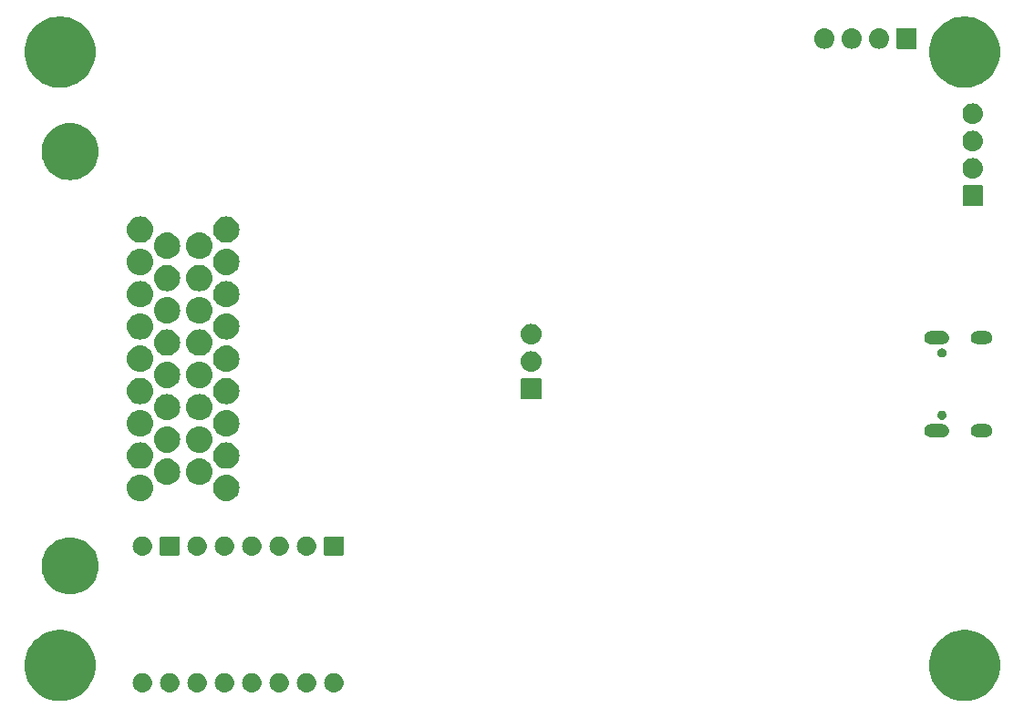
<source format=gbr>
%TF.GenerationSoftware,KiCad,Pcbnew,8.0.6*%
%TF.CreationDate,2024-10-30T09:11:15+07:00*%
%TF.ProjectId,NO2C,4e4f3243-2e6b-4696-9361-645f70636258,vD1*%
%TF.SameCoordinates,Original*%
%TF.FileFunction,Soldermask,Bot*%
%TF.FilePolarity,Negative*%
%FSLAX46Y46*%
G04 Gerber Fmt 4.6, Leading zero omitted, Abs format (unit mm)*
G04 Created by KiCad (PCBNEW 8.0.6) date 2024-10-30 09:11:15*
%MOMM*%
%LPD*%
G01*
G04 APERTURE LIST*
G04 APERTURE END LIST*
G36*
X4034139Y6758106D02*
G01*
X4383272Y6681257D01*
X4722048Y6567110D01*
X5046497Y6417003D01*
X5352815Y6232698D01*
X5637411Y6016354D01*
X5896947Y5770509D01*
X6128381Y5498043D01*
X6329000Y5202153D01*
X6496451Y4886306D01*
X6628772Y4554206D01*
X6724410Y4209746D01*
X6782246Y3856966D01*
X6801600Y3500000D01*
X6782246Y3143034D01*
X6724410Y2790254D01*
X6628772Y2445794D01*
X6496451Y2113694D01*
X6329000Y1797847D01*
X6128381Y1501957D01*
X5896947Y1229491D01*
X5637411Y983646D01*
X5352815Y767302D01*
X5046497Y582997D01*
X4722048Y432890D01*
X4383272Y318743D01*
X4034139Y241894D01*
X3678745Y203242D01*
X3321255Y203242D01*
X2965861Y241894D01*
X2616728Y318743D01*
X2277952Y432890D01*
X1953503Y582997D01*
X1647185Y767302D01*
X1362589Y983646D01*
X1103053Y1229491D01*
X871619Y1501957D01*
X671000Y1797847D01*
X503549Y2113694D01*
X371228Y2445794D01*
X275590Y2790254D01*
X217754Y3143034D01*
X198400Y3500000D01*
X217754Y3856966D01*
X275590Y4209746D01*
X371228Y4554206D01*
X503549Y4886306D01*
X671000Y5202153D01*
X871619Y5498043D01*
X1103053Y5770509D01*
X1362589Y6016354D01*
X1647185Y6232698D01*
X1953503Y6417003D01*
X2277952Y6567110D01*
X2616728Y6681257D01*
X2965861Y6758106D01*
X3321255Y6796758D01*
X3678745Y6796758D01*
X4034139Y6758106D01*
G37*
G36*
X88034139Y6758106D02*
G01*
X88383272Y6681257D01*
X88722048Y6567110D01*
X89046497Y6417003D01*
X89352815Y6232698D01*
X89637411Y6016354D01*
X89896947Y5770509D01*
X90128381Y5498043D01*
X90329000Y5202153D01*
X90496451Y4886306D01*
X90628772Y4554206D01*
X90724410Y4209746D01*
X90782246Y3856966D01*
X90801600Y3500000D01*
X90782246Y3143034D01*
X90724410Y2790254D01*
X90628772Y2445794D01*
X90496451Y2113694D01*
X90329000Y1797847D01*
X90128381Y1501957D01*
X89896947Y1229491D01*
X89637411Y983646D01*
X89352815Y767302D01*
X89046497Y582997D01*
X88722048Y432890D01*
X88383272Y318743D01*
X88034139Y241894D01*
X87678745Y203242D01*
X87321255Y203242D01*
X86965861Y241894D01*
X86616728Y318743D01*
X86277952Y432890D01*
X85953503Y582997D01*
X85647185Y767302D01*
X85362589Y983646D01*
X85103053Y1229491D01*
X84871619Y1501957D01*
X84671000Y1797847D01*
X84503549Y2113694D01*
X84371228Y2445794D01*
X84275590Y2790254D01*
X84217754Y3143034D01*
X84198400Y3500000D01*
X84217754Y3856966D01*
X84275590Y4209746D01*
X84371228Y4554206D01*
X84503549Y4886306D01*
X84671000Y5202153D01*
X84871619Y5498043D01*
X85103053Y5770509D01*
X85362589Y6016354D01*
X85647185Y6232698D01*
X85953503Y6417003D01*
X86277952Y6567110D01*
X86616728Y6681257D01*
X86965861Y6758106D01*
X87321255Y6796758D01*
X87678745Y6796758D01*
X88034139Y6758106D01*
G37*
G36*
X11197659Y2798661D02*
G01*
X11244243Y2798661D01*
X11284468Y2790111D01*
X11325842Y2786036D01*
X11377821Y2770269D01*
X11428610Y2759473D01*
X11461108Y2745004D01*
X11494934Y2734743D01*
X11548690Y2706010D01*
X11600800Y2682809D01*
X11625025Y2665208D01*
X11650765Y2651450D01*
X11703273Y2608358D01*
X11753288Y2572019D01*
X11769527Y2553983D01*
X11787353Y2539354D01*
X11835254Y2480987D01*
X11879410Y2431947D01*
X11888685Y2415881D01*
X11899449Y2402766D01*
X11939262Y2328281D01*
X11973653Y2268714D01*
X11977609Y2256538D01*
X11982742Y2246935D01*
X12011041Y2153644D01*
X12031898Y2089453D01*
X12032632Y2082468D01*
X12034035Y2077843D01*
X12047689Y1939203D01*
X12051600Y1902000D01*
X12047689Y1864795D01*
X12034035Y1726158D01*
X12032632Y1721535D01*
X12031898Y1714547D01*
X12011036Y1650343D01*
X11982742Y1557066D01*
X11977610Y1547465D01*
X11973653Y1535286D01*
X11939255Y1475708D01*
X11899449Y1401235D01*
X11888687Y1388123D01*
X11879410Y1372053D01*
X11835245Y1323004D01*
X11787353Y1264647D01*
X11769531Y1250022D01*
X11753288Y1231981D01*
X11703262Y1195636D01*
X11650765Y1152551D01*
X11625030Y1138796D01*
X11600800Y1121191D01*
X11548679Y1097986D01*
X11494934Y1069258D01*
X11461115Y1059000D01*
X11428610Y1044527D01*
X11377810Y1033730D01*
X11325842Y1017965D01*
X11284476Y1013891D01*
X11244243Y1005339D01*
X11197649Y1005339D01*
X11150000Y1000646D01*
X11102351Y1005339D01*
X11055757Y1005339D01*
X11015523Y1013891D01*
X10974157Y1017965D01*
X10922185Y1033731D01*
X10871390Y1044527D01*
X10838886Y1058999D01*
X10805065Y1069258D01*
X10751314Y1097989D01*
X10699200Y1121191D01*
X10674972Y1138794D01*
X10649234Y1152551D01*
X10596728Y1195642D01*
X10546712Y1231981D01*
X10530471Y1250018D01*
X10512646Y1264647D01*
X10464743Y1323017D01*
X10420590Y1372053D01*
X10411314Y1388119D01*
X10400550Y1401235D01*
X10360731Y1475731D01*
X10326347Y1535286D01*
X10322391Y1547461D01*
X10317257Y1557066D01*
X10288948Y1650389D01*
X10268102Y1714547D01*
X10267368Y1721530D01*
X10265964Y1726158D01*
X10252294Y1864946D01*
X10248400Y1902000D01*
X10252294Y1939052D01*
X10265964Y2077843D01*
X10267368Y2082473D01*
X10268102Y2089453D01*
X10288943Y2153598D01*
X10317257Y2246935D01*
X10322392Y2256543D01*
X10326347Y2268714D01*
X10360724Y2328257D01*
X10400550Y2402766D01*
X10411316Y2415885D01*
X10420590Y2431947D01*
X10464733Y2480974D01*
X10512646Y2539354D01*
X10530474Y2553986D01*
X10546712Y2572019D01*
X10596718Y2608351D01*
X10649234Y2651450D01*
X10674977Y2665210D01*
X10699200Y2682809D01*
X10751303Y2706007D01*
X10805065Y2734743D01*
X10838893Y2745005D01*
X10871390Y2759473D01*
X10922174Y2770268D01*
X10974157Y2786036D01*
X11015532Y2790112D01*
X11055757Y2798661D01*
X11102341Y2798661D01*
X11150000Y2803355D01*
X11197659Y2798661D01*
G37*
G36*
X13737659Y2798661D02*
G01*
X13784243Y2798661D01*
X13824468Y2790111D01*
X13865842Y2786036D01*
X13917821Y2770269D01*
X13968610Y2759473D01*
X14001108Y2745004D01*
X14034934Y2734743D01*
X14088690Y2706010D01*
X14140800Y2682809D01*
X14165025Y2665208D01*
X14190765Y2651450D01*
X14243273Y2608358D01*
X14293288Y2572019D01*
X14309527Y2553983D01*
X14327353Y2539354D01*
X14375254Y2480987D01*
X14419410Y2431947D01*
X14428685Y2415881D01*
X14439449Y2402766D01*
X14479262Y2328281D01*
X14513653Y2268714D01*
X14517609Y2256538D01*
X14522742Y2246935D01*
X14551041Y2153644D01*
X14571898Y2089453D01*
X14572632Y2082468D01*
X14574035Y2077843D01*
X14587689Y1939203D01*
X14591600Y1902000D01*
X14587689Y1864795D01*
X14574035Y1726158D01*
X14572632Y1721535D01*
X14571898Y1714547D01*
X14551036Y1650343D01*
X14522742Y1557066D01*
X14517610Y1547465D01*
X14513653Y1535286D01*
X14479255Y1475708D01*
X14439449Y1401235D01*
X14428687Y1388123D01*
X14419410Y1372053D01*
X14375245Y1323004D01*
X14327353Y1264647D01*
X14309531Y1250022D01*
X14293288Y1231981D01*
X14243262Y1195636D01*
X14190765Y1152551D01*
X14165030Y1138796D01*
X14140800Y1121191D01*
X14088679Y1097986D01*
X14034934Y1069258D01*
X14001115Y1059000D01*
X13968610Y1044527D01*
X13917810Y1033730D01*
X13865842Y1017965D01*
X13824476Y1013891D01*
X13784243Y1005339D01*
X13737649Y1005339D01*
X13690000Y1000646D01*
X13642351Y1005339D01*
X13595757Y1005339D01*
X13555523Y1013891D01*
X13514157Y1017965D01*
X13462185Y1033731D01*
X13411390Y1044527D01*
X13378886Y1058999D01*
X13345065Y1069258D01*
X13291314Y1097989D01*
X13239200Y1121191D01*
X13214972Y1138794D01*
X13189234Y1152551D01*
X13136728Y1195642D01*
X13086712Y1231981D01*
X13070471Y1250018D01*
X13052646Y1264647D01*
X13004743Y1323017D01*
X12960590Y1372053D01*
X12951314Y1388119D01*
X12940550Y1401235D01*
X12900731Y1475731D01*
X12866347Y1535286D01*
X12862391Y1547461D01*
X12857257Y1557066D01*
X12828948Y1650389D01*
X12808102Y1714547D01*
X12807368Y1721530D01*
X12805964Y1726158D01*
X12792294Y1864946D01*
X12788400Y1902000D01*
X12792294Y1939052D01*
X12805964Y2077843D01*
X12807368Y2082473D01*
X12808102Y2089453D01*
X12828943Y2153598D01*
X12857257Y2246935D01*
X12862392Y2256543D01*
X12866347Y2268714D01*
X12900724Y2328257D01*
X12940550Y2402766D01*
X12951316Y2415885D01*
X12960590Y2431947D01*
X13004733Y2480974D01*
X13052646Y2539354D01*
X13070474Y2553986D01*
X13086712Y2572019D01*
X13136718Y2608351D01*
X13189234Y2651450D01*
X13214977Y2665210D01*
X13239200Y2682809D01*
X13291303Y2706007D01*
X13345065Y2734743D01*
X13378893Y2745005D01*
X13411390Y2759473D01*
X13462174Y2770268D01*
X13514157Y2786036D01*
X13555532Y2790112D01*
X13595757Y2798661D01*
X13642341Y2798661D01*
X13690000Y2803355D01*
X13737659Y2798661D01*
G37*
G36*
X16277659Y2798661D02*
G01*
X16324243Y2798661D01*
X16364468Y2790111D01*
X16405842Y2786036D01*
X16457821Y2770269D01*
X16508610Y2759473D01*
X16541108Y2745004D01*
X16574934Y2734743D01*
X16628690Y2706010D01*
X16680800Y2682809D01*
X16705025Y2665208D01*
X16730765Y2651450D01*
X16783273Y2608358D01*
X16833288Y2572019D01*
X16849527Y2553983D01*
X16867353Y2539354D01*
X16915254Y2480987D01*
X16959410Y2431947D01*
X16968685Y2415881D01*
X16979449Y2402766D01*
X17019262Y2328281D01*
X17053653Y2268714D01*
X17057609Y2256538D01*
X17062742Y2246935D01*
X17091041Y2153644D01*
X17111898Y2089453D01*
X17112632Y2082468D01*
X17114035Y2077843D01*
X17127689Y1939203D01*
X17131600Y1902000D01*
X17127689Y1864795D01*
X17114035Y1726158D01*
X17112632Y1721535D01*
X17111898Y1714547D01*
X17091036Y1650343D01*
X17062742Y1557066D01*
X17057610Y1547465D01*
X17053653Y1535286D01*
X17019255Y1475708D01*
X16979449Y1401235D01*
X16968687Y1388123D01*
X16959410Y1372053D01*
X16915245Y1323004D01*
X16867353Y1264647D01*
X16849531Y1250022D01*
X16833288Y1231981D01*
X16783262Y1195636D01*
X16730765Y1152551D01*
X16705030Y1138796D01*
X16680800Y1121191D01*
X16628679Y1097986D01*
X16574934Y1069258D01*
X16541115Y1059000D01*
X16508610Y1044527D01*
X16457810Y1033730D01*
X16405842Y1017965D01*
X16364476Y1013891D01*
X16324243Y1005339D01*
X16277649Y1005339D01*
X16230000Y1000646D01*
X16182351Y1005339D01*
X16135757Y1005339D01*
X16095523Y1013891D01*
X16054157Y1017965D01*
X16002185Y1033731D01*
X15951390Y1044527D01*
X15918886Y1058999D01*
X15885065Y1069258D01*
X15831314Y1097989D01*
X15779200Y1121191D01*
X15754972Y1138794D01*
X15729234Y1152551D01*
X15676728Y1195642D01*
X15626712Y1231981D01*
X15610471Y1250018D01*
X15592646Y1264647D01*
X15544743Y1323017D01*
X15500590Y1372053D01*
X15491314Y1388119D01*
X15480550Y1401235D01*
X15440731Y1475731D01*
X15406347Y1535286D01*
X15402391Y1547461D01*
X15397257Y1557066D01*
X15368948Y1650389D01*
X15348102Y1714547D01*
X15347368Y1721530D01*
X15345964Y1726158D01*
X15332294Y1864946D01*
X15328400Y1902000D01*
X15332294Y1939052D01*
X15345964Y2077843D01*
X15347368Y2082473D01*
X15348102Y2089453D01*
X15368943Y2153598D01*
X15397257Y2246935D01*
X15402392Y2256543D01*
X15406347Y2268714D01*
X15440724Y2328257D01*
X15480550Y2402766D01*
X15491316Y2415885D01*
X15500590Y2431947D01*
X15544733Y2480974D01*
X15592646Y2539354D01*
X15610474Y2553986D01*
X15626712Y2572019D01*
X15676718Y2608351D01*
X15729234Y2651450D01*
X15754977Y2665210D01*
X15779200Y2682809D01*
X15831303Y2706007D01*
X15885065Y2734743D01*
X15918893Y2745005D01*
X15951390Y2759473D01*
X16002174Y2770268D01*
X16054157Y2786036D01*
X16095532Y2790112D01*
X16135757Y2798661D01*
X16182341Y2798661D01*
X16230000Y2803355D01*
X16277659Y2798661D01*
G37*
G36*
X18817659Y2798661D02*
G01*
X18864243Y2798661D01*
X18904468Y2790111D01*
X18945842Y2786036D01*
X18997821Y2770269D01*
X19048610Y2759473D01*
X19081108Y2745004D01*
X19114934Y2734743D01*
X19168690Y2706010D01*
X19220800Y2682809D01*
X19245025Y2665208D01*
X19270765Y2651450D01*
X19323273Y2608358D01*
X19373288Y2572019D01*
X19389527Y2553983D01*
X19407353Y2539354D01*
X19455254Y2480987D01*
X19499410Y2431947D01*
X19508685Y2415881D01*
X19519449Y2402766D01*
X19559262Y2328281D01*
X19593653Y2268714D01*
X19597609Y2256538D01*
X19602742Y2246935D01*
X19631041Y2153644D01*
X19651898Y2089453D01*
X19652632Y2082468D01*
X19654035Y2077843D01*
X19667689Y1939203D01*
X19671600Y1902000D01*
X19667689Y1864795D01*
X19654035Y1726158D01*
X19652632Y1721535D01*
X19651898Y1714547D01*
X19631036Y1650343D01*
X19602742Y1557066D01*
X19597610Y1547465D01*
X19593653Y1535286D01*
X19559255Y1475708D01*
X19519449Y1401235D01*
X19508687Y1388123D01*
X19499410Y1372053D01*
X19455245Y1323004D01*
X19407353Y1264647D01*
X19389531Y1250022D01*
X19373288Y1231981D01*
X19323262Y1195636D01*
X19270765Y1152551D01*
X19245030Y1138796D01*
X19220800Y1121191D01*
X19168679Y1097986D01*
X19114934Y1069258D01*
X19081115Y1059000D01*
X19048610Y1044527D01*
X18997810Y1033730D01*
X18945842Y1017965D01*
X18904476Y1013891D01*
X18864243Y1005339D01*
X18817649Y1005339D01*
X18770000Y1000646D01*
X18722351Y1005339D01*
X18675757Y1005339D01*
X18635523Y1013891D01*
X18594157Y1017965D01*
X18542185Y1033731D01*
X18491390Y1044527D01*
X18458886Y1058999D01*
X18425065Y1069258D01*
X18371314Y1097989D01*
X18319200Y1121191D01*
X18294972Y1138794D01*
X18269234Y1152551D01*
X18216728Y1195642D01*
X18166712Y1231981D01*
X18150471Y1250018D01*
X18132646Y1264647D01*
X18084743Y1323017D01*
X18040590Y1372053D01*
X18031314Y1388119D01*
X18020550Y1401235D01*
X17980731Y1475731D01*
X17946347Y1535286D01*
X17942391Y1547461D01*
X17937257Y1557066D01*
X17908948Y1650389D01*
X17888102Y1714547D01*
X17887368Y1721530D01*
X17885964Y1726158D01*
X17872294Y1864946D01*
X17868400Y1902000D01*
X17872294Y1939052D01*
X17885964Y2077843D01*
X17887368Y2082473D01*
X17888102Y2089453D01*
X17908943Y2153598D01*
X17937257Y2246935D01*
X17942392Y2256543D01*
X17946347Y2268714D01*
X17980724Y2328257D01*
X18020550Y2402766D01*
X18031316Y2415885D01*
X18040590Y2431947D01*
X18084733Y2480974D01*
X18132646Y2539354D01*
X18150474Y2553986D01*
X18166712Y2572019D01*
X18216718Y2608351D01*
X18269234Y2651450D01*
X18294977Y2665210D01*
X18319200Y2682809D01*
X18371303Y2706007D01*
X18425065Y2734743D01*
X18458893Y2745005D01*
X18491390Y2759473D01*
X18542174Y2770268D01*
X18594157Y2786036D01*
X18635532Y2790112D01*
X18675757Y2798661D01*
X18722341Y2798661D01*
X18770000Y2803355D01*
X18817659Y2798661D01*
G37*
G36*
X21357659Y2798661D02*
G01*
X21404243Y2798661D01*
X21444468Y2790111D01*
X21485842Y2786036D01*
X21537821Y2770269D01*
X21588610Y2759473D01*
X21621108Y2745004D01*
X21654934Y2734743D01*
X21708690Y2706010D01*
X21760800Y2682809D01*
X21785025Y2665208D01*
X21810765Y2651450D01*
X21863273Y2608358D01*
X21913288Y2572019D01*
X21929527Y2553983D01*
X21947353Y2539354D01*
X21995254Y2480987D01*
X22039410Y2431947D01*
X22048685Y2415881D01*
X22059449Y2402766D01*
X22099262Y2328281D01*
X22133653Y2268714D01*
X22137609Y2256538D01*
X22142742Y2246935D01*
X22171041Y2153644D01*
X22191898Y2089453D01*
X22192632Y2082468D01*
X22194035Y2077843D01*
X22207689Y1939203D01*
X22211600Y1902000D01*
X22207689Y1864795D01*
X22194035Y1726158D01*
X22192632Y1721535D01*
X22191898Y1714547D01*
X22171036Y1650343D01*
X22142742Y1557066D01*
X22137610Y1547465D01*
X22133653Y1535286D01*
X22099255Y1475708D01*
X22059449Y1401235D01*
X22048687Y1388123D01*
X22039410Y1372053D01*
X21995245Y1323004D01*
X21947353Y1264647D01*
X21929531Y1250022D01*
X21913288Y1231981D01*
X21863262Y1195636D01*
X21810765Y1152551D01*
X21785030Y1138796D01*
X21760800Y1121191D01*
X21708679Y1097986D01*
X21654934Y1069258D01*
X21621115Y1059000D01*
X21588610Y1044527D01*
X21537810Y1033730D01*
X21485842Y1017965D01*
X21444476Y1013891D01*
X21404243Y1005339D01*
X21357649Y1005339D01*
X21310000Y1000646D01*
X21262351Y1005339D01*
X21215757Y1005339D01*
X21175523Y1013891D01*
X21134157Y1017965D01*
X21082185Y1033731D01*
X21031390Y1044527D01*
X20998886Y1058999D01*
X20965065Y1069258D01*
X20911314Y1097989D01*
X20859200Y1121191D01*
X20834972Y1138794D01*
X20809234Y1152551D01*
X20756728Y1195642D01*
X20706712Y1231981D01*
X20690471Y1250018D01*
X20672646Y1264647D01*
X20624743Y1323017D01*
X20580590Y1372053D01*
X20571314Y1388119D01*
X20560550Y1401235D01*
X20520731Y1475731D01*
X20486347Y1535286D01*
X20482391Y1547461D01*
X20477257Y1557066D01*
X20448948Y1650389D01*
X20428102Y1714547D01*
X20427368Y1721530D01*
X20425964Y1726158D01*
X20412294Y1864946D01*
X20408400Y1902000D01*
X20412294Y1939052D01*
X20425964Y2077843D01*
X20427368Y2082473D01*
X20428102Y2089453D01*
X20448943Y2153598D01*
X20477257Y2246935D01*
X20482392Y2256543D01*
X20486347Y2268714D01*
X20520724Y2328257D01*
X20560550Y2402766D01*
X20571316Y2415885D01*
X20580590Y2431947D01*
X20624733Y2480974D01*
X20672646Y2539354D01*
X20690474Y2553986D01*
X20706712Y2572019D01*
X20756718Y2608351D01*
X20809234Y2651450D01*
X20834977Y2665210D01*
X20859200Y2682809D01*
X20911303Y2706007D01*
X20965065Y2734743D01*
X20998893Y2745005D01*
X21031390Y2759473D01*
X21082174Y2770268D01*
X21134157Y2786036D01*
X21175532Y2790112D01*
X21215757Y2798661D01*
X21262341Y2798661D01*
X21310000Y2803355D01*
X21357659Y2798661D01*
G37*
G36*
X23897659Y2798661D02*
G01*
X23944243Y2798661D01*
X23984468Y2790111D01*
X24025842Y2786036D01*
X24077821Y2770269D01*
X24128610Y2759473D01*
X24161108Y2745004D01*
X24194934Y2734743D01*
X24248690Y2706010D01*
X24300800Y2682809D01*
X24325025Y2665208D01*
X24350765Y2651450D01*
X24403273Y2608358D01*
X24453288Y2572019D01*
X24469527Y2553983D01*
X24487353Y2539354D01*
X24535254Y2480987D01*
X24579410Y2431947D01*
X24588685Y2415881D01*
X24599449Y2402766D01*
X24639262Y2328281D01*
X24673653Y2268714D01*
X24677609Y2256538D01*
X24682742Y2246935D01*
X24711041Y2153644D01*
X24731898Y2089453D01*
X24732632Y2082468D01*
X24734035Y2077843D01*
X24747689Y1939203D01*
X24751600Y1902000D01*
X24747689Y1864795D01*
X24734035Y1726158D01*
X24732632Y1721535D01*
X24731898Y1714547D01*
X24711036Y1650343D01*
X24682742Y1557066D01*
X24677610Y1547465D01*
X24673653Y1535286D01*
X24639255Y1475708D01*
X24599449Y1401235D01*
X24588687Y1388123D01*
X24579410Y1372053D01*
X24535245Y1323004D01*
X24487353Y1264647D01*
X24469531Y1250022D01*
X24453288Y1231981D01*
X24403262Y1195636D01*
X24350765Y1152551D01*
X24325030Y1138796D01*
X24300800Y1121191D01*
X24248679Y1097986D01*
X24194934Y1069258D01*
X24161115Y1059000D01*
X24128610Y1044527D01*
X24077810Y1033730D01*
X24025842Y1017965D01*
X23984476Y1013891D01*
X23944243Y1005339D01*
X23897649Y1005339D01*
X23850000Y1000646D01*
X23802351Y1005339D01*
X23755757Y1005339D01*
X23715523Y1013891D01*
X23674157Y1017965D01*
X23622185Y1033731D01*
X23571390Y1044527D01*
X23538886Y1058999D01*
X23505065Y1069258D01*
X23451314Y1097989D01*
X23399200Y1121191D01*
X23374972Y1138794D01*
X23349234Y1152551D01*
X23296728Y1195642D01*
X23246712Y1231981D01*
X23230471Y1250018D01*
X23212646Y1264647D01*
X23164743Y1323017D01*
X23120590Y1372053D01*
X23111314Y1388119D01*
X23100550Y1401235D01*
X23060731Y1475731D01*
X23026347Y1535286D01*
X23022391Y1547461D01*
X23017257Y1557066D01*
X22988948Y1650389D01*
X22968102Y1714547D01*
X22967368Y1721530D01*
X22965964Y1726158D01*
X22952294Y1864946D01*
X22948400Y1902000D01*
X22952294Y1939052D01*
X22965964Y2077843D01*
X22967368Y2082473D01*
X22968102Y2089453D01*
X22988943Y2153598D01*
X23017257Y2246935D01*
X23022392Y2256543D01*
X23026347Y2268714D01*
X23060724Y2328257D01*
X23100550Y2402766D01*
X23111316Y2415885D01*
X23120590Y2431947D01*
X23164733Y2480974D01*
X23212646Y2539354D01*
X23230474Y2553986D01*
X23246712Y2572019D01*
X23296718Y2608351D01*
X23349234Y2651450D01*
X23374977Y2665210D01*
X23399200Y2682809D01*
X23451303Y2706007D01*
X23505065Y2734743D01*
X23538893Y2745005D01*
X23571390Y2759473D01*
X23622174Y2770268D01*
X23674157Y2786036D01*
X23715532Y2790112D01*
X23755757Y2798661D01*
X23802341Y2798661D01*
X23850000Y2803355D01*
X23897659Y2798661D01*
G37*
G36*
X26437659Y2798661D02*
G01*
X26484243Y2798661D01*
X26524468Y2790111D01*
X26565842Y2786036D01*
X26617821Y2770269D01*
X26668610Y2759473D01*
X26701108Y2745004D01*
X26734934Y2734743D01*
X26788690Y2706010D01*
X26840800Y2682809D01*
X26865025Y2665208D01*
X26890765Y2651450D01*
X26943273Y2608358D01*
X26993288Y2572019D01*
X27009527Y2553983D01*
X27027353Y2539354D01*
X27075254Y2480987D01*
X27119410Y2431947D01*
X27128685Y2415881D01*
X27139449Y2402766D01*
X27179262Y2328281D01*
X27213653Y2268714D01*
X27217609Y2256538D01*
X27222742Y2246935D01*
X27251041Y2153644D01*
X27271898Y2089453D01*
X27272632Y2082468D01*
X27274035Y2077843D01*
X27287689Y1939203D01*
X27291600Y1902000D01*
X27287689Y1864795D01*
X27274035Y1726158D01*
X27272632Y1721535D01*
X27271898Y1714547D01*
X27251036Y1650343D01*
X27222742Y1557066D01*
X27217610Y1547465D01*
X27213653Y1535286D01*
X27179255Y1475708D01*
X27139449Y1401235D01*
X27128687Y1388123D01*
X27119410Y1372053D01*
X27075245Y1323004D01*
X27027353Y1264647D01*
X27009531Y1250022D01*
X26993288Y1231981D01*
X26943262Y1195636D01*
X26890765Y1152551D01*
X26865030Y1138796D01*
X26840800Y1121191D01*
X26788679Y1097986D01*
X26734934Y1069258D01*
X26701115Y1059000D01*
X26668610Y1044527D01*
X26617810Y1033730D01*
X26565842Y1017965D01*
X26524476Y1013891D01*
X26484243Y1005339D01*
X26437649Y1005339D01*
X26390000Y1000646D01*
X26342351Y1005339D01*
X26295757Y1005339D01*
X26255523Y1013891D01*
X26214157Y1017965D01*
X26162185Y1033731D01*
X26111390Y1044527D01*
X26078886Y1058999D01*
X26045065Y1069258D01*
X25991314Y1097989D01*
X25939200Y1121191D01*
X25914972Y1138794D01*
X25889234Y1152551D01*
X25836728Y1195642D01*
X25786712Y1231981D01*
X25770471Y1250018D01*
X25752646Y1264647D01*
X25704743Y1323017D01*
X25660590Y1372053D01*
X25651314Y1388119D01*
X25640550Y1401235D01*
X25600731Y1475731D01*
X25566347Y1535286D01*
X25562391Y1547461D01*
X25557257Y1557066D01*
X25528948Y1650389D01*
X25508102Y1714547D01*
X25507368Y1721530D01*
X25505964Y1726158D01*
X25492294Y1864946D01*
X25488400Y1902000D01*
X25492294Y1939052D01*
X25505964Y2077843D01*
X25507368Y2082473D01*
X25508102Y2089453D01*
X25528943Y2153598D01*
X25557257Y2246935D01*
X25562392Y2256543D01*
X25566347Y2268714D01*
X25600724Y2328257D01*
X25640550Y2402766D01*
X25651316Y2415885D01*
X25660590Y2431947D01*
X25704733Y2480974D01*
X25752646Y2539354D01*
X25770474Y2553986D01*
X25786712Y2572019D01*
X25836718Y2608351D01*
X25889234Y2651450D01*
X25914977Y2665210D01*
X25939200Y2682809D01*
X25991303Y2706007D01*
X26045065Y2734743D01*
X26078893Y2745005D01*
X26111390Y2759473D01*
X26162174Y2770268D01*
X26214157Y2786036D01*
X26255532Y2790112D01*
X26295757Y2798661D01*
X26342341Y2798661D01*
X26390000Y2803355D01*
X26437659Y2798661D01*
G37*
G36*
X28977659Y2798661D02*
G01*
X29024243Y2798661D01*
X29064468Y2790111D01*
X29105842Y2786036D01*
X29157821Y2770269D01*
X29208610Y2759473D01*
X29241108Y2745004D01*
X29274934Y2734743D01*
X29328690Y2706010D01*
X29380800Y2682809D01*
X29405025Y2665208D01*
X29430765Y2651450D01*
X29483273Y2608358D01*
X29533288Y2572019D01*
X29549527Y2553983D01*
X29567353Y2539354D01*
X29615254Y2480987D01*
X29659410Y2431947D01*
X29668685Y2415881D01*
X29679449Y2402766D01*
X29719262Y2328281D01*
X29753653Y2268714D01*
X29757609Y2256538D01*
X29762742Y2246935D01*
X29791041Y2153644D01*
X29811898Y2089453D01*
X29812632Y2082468D01*
X29814035Y2077843D01*
X29827689Y1939203D01*
X29831600Y1902000D01*
X29827689Y1864795D01*
X29814035Y1726158D01*
X29812632Y1721535D01*
X29811898Y1714547D01*
X29791036Y1650343D01*
X29762742Y1557066D01*
X29757610Y1547465D01*
X29753653Y1535286D01*
X29719255Y1475708D01*
X29679449Y1401235D01*
X29668687Y1388123D01*
X29659410Y1372053D01*
X29615245Y1323004D01*
X29567353Y1264647D01*
X29549531Y1250022D01*
X29533288Y1231981D01*
X29483262Y1195636D01*
X29430765Y1152551D01*
X29405030Y1138796D01*
X29380800Y1121191D01*
X29328679Y1097986D01*
X29274934Y1069258D01*
X29241115Y1059000D01*
X29208610Y1044527D01*
X29157810Y1033730D01*
X29105842Y1017965D01*
X29064476Y1013891D01*
X29024243Y1005339D01*
X28977649Y1005339D01*
X28930000Y1000646D01*
X28882351Y1005339D01*
X28835757Y1005339D01*
X28795523Y1013891D01*
X28754157Y1017965D01*
X28702185Y1033731D01*
X28651390Y1044527D01*
X28618886Y1058999D01*
X28585065Y1069258D01*
X28531314Y1097989D01*
X28479200Y1121191D01*
X28454972Y1138794D01*
X28429234Y1152551D01*
X28376728Y1195642D01*
X28326712Y1231981D01*
X28310471Y1250018D01*
X28292646Y1264647D01*
X28244743Y1323017D01*
X28200590Y1372053D01*
X28191314Y1388119D01*
X28180550Y1401235D01*
X28140731Y1475731D01*
X28106347Y1535286D01*
X28102391Y1547461D01*
X28097257Y1557066D01*
X28068948Y1650389D01*
X28048102Y1714547D01*
X28047368Y1721530D01*
X28045964Y1726158D01*
X28032294Y1864946D01*
X28028400Y1902000D01*
X28032294Y1939052D01*
X28045964Y2077843D01*
X28047368Y2082473D01*
X28048102Y2089453D01*
X28068943Y2153598D01*
X28097257Y2246935D01*
X28102392Y2256543D01*
X28106347Y2268714D01*
X28140724Y2328257D01*
X28180550Y2402766D01*
X28191316Y2415885D01*
X28200590Y2431947D01*
X28244733Y2480974D01*
X28292646Y2539354D01*
X28310474Y2553986D01*
X28326712Y2572019D01*
X28376718Y2608351D01*
X28429234Y2651450D01*
X28454977Y2665210D01*
X28479200Y2682809D01*
X28531303Y2706007D01*
X28585065Y2734743D01*
X28618893Y2745005D01*
X28651390Y2759473D01*
X28702174Y2770268D01*
X28754157Y2786036D01*
X28795532Y2790112D01*
X28835757Y2798661D01*
X28882341Y2798661D01*
X28930000Y2803355D01*
X28977659Y2798661D01*
G37*
G36*
X4757115Y15382267D02*
G01*
X5072069Y15324549D01*
X5377770Y15229289D01*
X5669760Y15097875D01*
X5943780Y14932224D01*
X6195836Y14734751D01*
X6422251Y14508336D01*
X6619724Y14256280D01*
X6785375Y13982260D01*
X6916789Y13690270D01*
X7012049Y13384569D01*
X7069767Y13069615D01*
X7089100Y12750000D01*
X7069767Y12430385D01*
X7012049Y12115431D01*
X6916789Y11809730D01*
X6785375Y11517740D01*
X6619724Y11243720D01*
X6422251Y10991664D01*
X6195836Y10765249D01*
X5943780Y10567776D01*
X5669760Y10402125D01*
X5377770Y10270711D01*
X5072069Y10175451D01*
X4757115Y10117733D01*
X4437500Y10098400D01*
X4117885Y10117733D01*
X3802931Y10175451D01*
X3497230Y10270711D01*
X3205240Y10402125D01*
X2931220Y10567776D01*
X2679164Y10765249D01*
X2452749Y10991664D01*
X2255276Y11243720D01*
X2089625Y11517740D01*
X1958211Y11809730D01*
X1862951Y12115431D01*
X1805233Y12430385D01*
X1785900Y12750000D01*
X1805233Y13069615D01*
X1862951Y13384569D01*
X1958211Y13690270D01*
X2089625Y13982260D01*
X2255276Y14256280D01*
X2452749Y14508336D01*
X2679164Y14734751D01*
X2931220Y14932224D01*
X3205240Y15097875D01*
X3497230Y15229289D01*
X3802931Y15324549D01*
X4117885Y15382267D01*
X4437500Y15401600D01*
X4757115Y15382267D01*
G37*
G36*
X14528881Y15495866D02*
G01*
X14561842Y15473842D01*
X14583866Y15440881D01*
X14591600Y15402000D01*
X14591600Y13802000D01*
X14583866Y13763119D01*
X14561842Y13730158D01*
X14528881Y13708134D01*
X14490000Y13700400D01*
X12890000Y13700400D01*
X12851119Y13708134D01*
X12818158Y13730158D01*
X12796134Y13763119D01*
X12788400Y13802000D01*
X12788400Y15402000D01*
X12796134Y15440881D01*
X12818158Y15473842D01*
X12851119Y15495866D01*
X12890000Y15503600D01*
X14490000Y15503600D01*
X14528881Y15495866D01*
G37*
G36*
X29768881Y15495866D02*
G01*
X29801842Y15473842D01*
X29823866Y15440881D01*
X29831600Y15402000D01*
X29831600Y13802000D01*
X29823866Y13763119D01*
X29801842Y13730158D01*
X29768881Y13708134D01*
X29730000Y13700400D01*
X28130000Y13700400D01*
X28091119Y13708134D01*
X28058158Y13730158D01*
X28036134Y13763119D01*
X28028400Y13802000D01*
X28028400Y15402000D01*
X28036134Y15440881D01*
X28058158Y15473842D01*
X28091119Y15495866D01*
X28130000Y15503600D01*
X29730000Y15503600D01*
X29768881Y15495866D01*
G37*
G36*
X11197659Y15498661D02*
G01*
X11244243Y15498661D01*
X11284468Y15490111D01*
X11325842Y15486036D01*
X11377821Y15470269D01*
X11428610Y15459473D01*
X11461108Y15445004D01*
X11494934Y15434743D01*
X11548690Y15406010D01*
X11600800Y15382809D01*
X11625025Y15365208D01*
X11650765Y15351450D01*
X11703273Y15308358D01*
X11753288Y15272019D01*
X11769527Y15253983D01*
X11787353Y15239354D01*
X11835254Y15180987D01*
X11879410Y15131947D01*
X11888685Y15115881D01*
X11899449Y15102766D01*
X11939262Y15028281D01*
X11973653Y14968714D01*
X11977609Y14956538D01*
X11982742Y14946935D01*
X12011041Y14853644D01*
X12031898Y14789453D01*
X12032632Y14782468D01*
X12034035Y14777843D01*
X12047689Y14639203D01*
X12051600Y14602000D01*
X12047689Y14564795D01*
X12034035Y14426158D01*
X12032632Y14421535D01*
X12031898Y14414547D01*
X12011036Y14350343D01*
X11982742Y14257066D01*
X11977610Y14247465D01*
X11973653Y14235286D01*
X11939255Y14175708D01*
X11899449Y14101235D01*
X11888687Y14088123D01*
X11879410Y14072053D01*
X11835245Y14023004D01*
X11787353Y13964647D01*
X11769531Y13950022D01*
X11753288Y13931981D01*
X11703262Y13895636D01*
X11650765Y13852551D01*
X11625030Y13838796D01*
X11600800Y13821191D01*
X11548679Y13797986D01*
X11494934Y13769258D01*
X11461115Y13759000D01*
X11428610Y13744527D01*
X11377810Y13733730D01*
X11325842Y13717965D01*
X11284476Y13713891D01*
X11244243Y13705339D01*
X11197649Y13705339D01*
X11150000Y13700646D01*
X11102351Y13705339D01*
X11055757Y13705339D01*
X11015523Y13713891D01*
X10974157Y13717965D01*
X10922185Y13733731D01*
X10871390Y13744527D01*
X10838886Y13758999D01*
X10805065Y13769258D01*
X10751314Y13797989D01*
X10699200Y13821191D01*
X10674972Y13838794D01*
X10649234Y13852551D01*
X10596728Y13895642D01*
X10546712Y13931981D01*
X10530471Y13950018D01*
X10512646Y13964647D01*
X10464743Y14023017D01*
X10420590Y14072053D01*
X10411314Y14088119D01*
X10400550Y14101235D01*
X10360731Y14175731D01*
X10326347Y14235286D01*
X10322391Y14247461D01*
X10317257Y14257066D01*
X10288948Y14350389D01*
X10268102Y14414547D01*
X10267368Y14421530D01*
X10265964Y14426158D01*
X10252294Y14564946D01*
X10248400Y14602000D01*
X10252294Y14639052D01*
X10265964Y14777843D01*
X10267368Y14782473D01*
X10268102Y14789453D01*
X10288943Y14853598D01*
X10317257Y14946935D01*
X10322392Y14956543D01*
X10326347Y14968714D01*
X10360724Y15028257D01*
X10400550Y15102766D01*
X10411316Y15115885D01*
X10420590Y15131947D01*
X10464733Y15180974D01*
X10512646Y15239354D01*
X10530474Y15253986D01*
X10546712Y15272019D01*
X10596718Y15308351D01*
X10649234Y15351450D01*
X10674977Y15365210D01*
X10699200Y15382809D01*
X10751303Y15406007D01*
X10805065Y15434743D01*
X10838893Y15445005D01*
X10871390Y15459473D01*
X10922174Y15470268D01*
X10974157Y15486036D01*
X11015532Y15490112D01*
X11055757Y15498661D01*
X11102341Y15498661D01*
X11150000Y15503355D01*
X11197659Y15498661D01*
G37*
G36*
X16277659Y15498661D02*
G01*
X16324243Y15498661D01*
X16364468Y15490111D01*
X16405842Y15486036D01*
X16457821Y15470269D01*
X16508610Y15459473D01*
X16541108Y15445004D01*
X16574934Y15434743D01*
X16628690Y15406010D01*
X16680800Y15382809D01*
X16705025Y15365208D01*
X16730765Y15351450D01*
X16783273Y15308358D01*
X16833288Y15272019D01*
X16849527Y15253983D01*
X16867353Y15239354D01*
X16915254Y15180987D01*
X16959410Y15131947D01*
X16968685Y15115881D01*
X16979449Y15102766D01*
X17019262Y15028281D01*
X17053653Y14968714D01*
X17057609Y14956538D01*
X17062742Y14946935D01*
X17091041Y14853644D01*
X17111898Y14789453D01*
X17112632Y14782468D01*
X17114035Y14777843D01*
X17127689Y14639203D01*
X17131600Y14602000D01*
X17127689Y14564795D01*
X17114035Y14426158D01*
X17112632Y14421535D01*
X17111898Y14414547D01*
X17091036Y14350343D01*
X17062742Y14257066D01*
X17057610Y14247465D01*
X17053653Y14235286D01*
X17019255Y14175708D01*
X16979449Y14101235D01*
X16968687Y14088123D01*
X16959410Y14072053D01*
X16915245Y14023004D01*
X16867353Y13964647D01*
X16849531Y13950022D01*
X16833288Y13931981D01*
X16783262Y13895636D01*
X16730765Y13852551D01*
X16705030Y13838796D01*
X16680800Y13821191D01*
X16628679Y13797986D01*
X16574934Y13769258D01*
X16541115Y13759000D01*
X16508610Y13744527D01*
X16457810Y13733730D01*
X16405842Y13717965D01*
X16364476Y13713891D01*
X16324243Y13705339D01*
X16277649Y13705339D01*
X16230000Y13700646D01*
X16182351Y13705339D01*
X16135757Y13705339D01*
X16095523Y13713891D01*
X16054157Y13717965D01*
X16002185Y13733731D01*
X15951390Y13744527D01*
X15918886Y13758999D01*
X15885065Y13769258D01*
X15831314Y13797989D01*
X15779200Y13821191D01*
X15754972Y13838794D01*
X15729234Y13852551D01*
X15676728Y13895642D01*
X15626712Y13931981D01*
X15610471Y13950018D01*
X15592646Y13964647D01*
X15544743Y14023017D01*
X15500590Y14072053D01*
X15491314Y14088119D01*
X15480550Y14101235D01*
X15440731Y14175731D01*
X15406347Y14235286D01*
X15402391Y14247461D01*
X15397257Y14257066D01*
X15368948Y14350389D01*
X15348102Y14414547D01*
X15347368Y14421530D01*
X15345964Y14426158D01*
X15332294Y14564946D01*
X15328400Y14602000D01*
X15332294Y14639052D01*
X15345964Y14777843D01*
X15347368Y14782473D01*
X15348102Y14789453D01*
X15368943Y14853598D01*
X15397257Y14946935D01*
X15402392Y14956543D01*
X15406347Y14968714D01*
X15440724Y15028257D01*
X15480550Y15102766D01*
X15491316Y15115885D01*
X15500590Y15131947D01*
X15544733Y15180974D01*
X15592646Y15239354D01*
X15610474Y15253986D01*
X15626712Y15272019D01*
X15676718Y15308351D01*
X15729234Y15351450D01*
X15754977Y15365210D01*
X15779200Y15382809D01*
X15831303Y15406007D01*
X15885065Y15434743D01*
X15918893Y15445005D01*
X15951390Y15459473D01*
X16002174Y15470268D01*
X16054157Y15486036D01*
X16095532Y15490112D01*
X16135757Y15498661D01*
X16182341Y15498661D01*
X16230000Y15503355D01*
X16277659Y15498661D01*
G37*
G36*
X18817659Y15498661D02*
G01*
X18864243Y15498661D01*
X18904468Y15490111D01*
X18945842Y15486036D01*
X18997821Y15470269D01*
X19048610Y15459473D01*
X19081108Y15445004D01*
X19114934Y15434743D01*
X19168690Y15406010D01*
X19220800Y15382809D01*
X19245025Y15365208D01*
X19270765Y15351450D01*
X19323273Y15308358D01*
X19373288Y15272019D01*
X19389527Y15253983D01*
X19407353Y15239354D01*
X19455254Y15180987D01*
X19499410Y15131947D01*
X19508685Y15115881D01*
X19519449Y15102766D01*
X19559262Y15028281D01*
X19593653Y14968714D01*
X19597609Y14956538D01*
X19602742Y14946935D01*
X19631041Y14853644D01*
X19651898Y14789453D01*
X19652632Y14782468D01*
X19654035Y14777843D01*
X19667689Y14639203D01*
X19671600Y14602000D01*
X19667689Y14564795D01*
X19654035Y14426158D01*
X19652632Y14421535D01*
X19651898Y14414547D01*
X19631036Y14350343D01*
X19602742Y14257066D01*
X19597610Y14247465D01*
X19593653Y14235286D01*
X19559255Y14175708D01*
X19519449Y14101235D01*
X19508687Y14088123D01*
X19499410Y14072053D01*
X19455245Y14023004D01*
X19407353Y13964647D01*
X19389531Y13950022D01*
X19373288Y13931981D01*
X19323262Y13895636D01*
X19270765Y13852551D01*
X19245030Y13838796D01*
X19220800Y13821191D01*
X19168679Y13797986D01*
X19114934Y13769258D01*
X19081115Y13759000D01*
X19048610Y13744527D01*
X18997810Y13733730D01*
X18945842Y13717965D01*
X18904476Y13713891D01*
X18864243Y13705339D01*
X18817649Y13705339D01*
X18770000Y13700646D01*
X18722351Y13705339D01*
X18675757Y13705339D01*
X18635523Y13713891D01*
X18594157Y13717965D01*
X18542185Y13733731D01*
X18491390Y13744527D01*
X18458886Y13758999D01*
X18425065Y13769258D01*
X18371314Y13797989D01*
X18319200Y13821191D01*
X18294972Y13838794D01*
X18269234Y13852551D01*
X18216728Y13895642D01*
X18166712Y13931981D01*
X18150471Y13950018D01*
X18132646Y13964647D01*
X18084743Y14023017D01*
X18040590Y14072053D01*
X18031314Y14088119D01*
X18020550Y14101235D01*
X17980731Y14175731D01*
X17946347Y14235286D01*
X17942391Y14247461D01*
X17937257Y14257066D01*
X17908948Y14350389D01*
X17888102Y14414547D01*
X17887368Y14421530D01*
X17885964Y14426158D01*
X17872294Y14564946D01*
X17868400Y14602000D01*
X17872294Y14639052D01*
X17885964Y14777843D01*
X17887368Y14782473D01*
X17888102Y14789453D01*
X17908943Y14853598D01*
X17937257Y14946935D01*
X17942392Y14956543D01*
X17946347Y14968714D01*
X17980724Y15028257D01*
X18020550Y15102766D01*
X18031316Y15115885D01*
X18040590Y15131947D01*
X18084733Y15180974D01*
X18132646Y15239354D01*
X18150474Y15253986D01*
X18166712Y15272019D01*
X18216718Y15308351D01*
X18269234Y15351450D01*
X18294977Y15365210D01*
X18319200Y15382809D01*
X18371303Y15406007D01*
X18425065Y15434743D01*
X18458893Y15445005D01*
X18491390Y15459473D01*
X18542174Y15470268D01*
X18594157Y15486036D01*
X18635532Y15490112D01*
X18675757Y15498661D01*
X18722341Y15498661D01*
X18770000Y15503355D01*
X18817659Y15498661D01*
G37*
G36*
X21357659Y15498661D02*
G01*
X21404243Y15498661D01*
X21444468Y15490111D01*
X21485842Y15486036D01*
X21537821Y15470269D01*
X21588610Y15459473D01*
X21621108Y15445004D01*
X21654934Y15434743D01*
X21708690Y15406010D01*
X21760800Y15382809D01*
X21785025Y15365208D01*
X21810765Y15351450D01*
X21863273Y15308358D01*
X21913288Y15272019D01*
X21929527Y15253983D01*
X21947353Y15239354D01*
X21995254Y15180987D01*
X22039410Y15131947D01*
X22048685Y15115881D01*
X22059449Y15102766D01*
X22099262Y15028281D01*
X22133653Y14968714D01*
X22137609Y14956538D01*
X22142742Y14946935D01*
X22171041Y14853644D01*
X22191898Y14789453D01*
X22192632Y14782468D01*
X22194035Y14777843D01*
X22207689Y14639203D01*
X22211600Y14602000D01*
X22207689Y14564795D01*
X22194035Y14426158D01*
X22192632Y14421535D01*
X22191898Y14414547D01*
X22171036Y14350343D01*
X22142742Y14257066D01*
X22137610Y14247465D01*
X22133653Y14235286D01*
X22099255Y14175708D01*
X22059449Y14101235D01*
X22048687Y14088123D01*
X22039410Y14072053D01*
X21995245Y14023004D01*
X21947353Y13964647D01*
X21929531Y13950022D01*
X21913288Y13931981D01*
X21863262Y13895636D01*
X21810765Y13852551D01*
X21785030Y13838796D01*
X21760800Y13821191D01*
X21708679Y13797986D01*
X21654934Y13769258D01*
X21621115Y13759000D01*
X21588610Y13744527D01*
X21537810Y13733730D01*
X21485842Y13717965D01*
X21444476Y13713891D01*
X21404243Y13705339D01*
X21357649Y13705339D01*
X21310000Y13700646D01*
X21262351Y13705339D01*
X21215757Y13705339D01*
X21175523Y13713891D01*
X21134157Y13717965D01*
X21082185Y13733731D01*
X21031390Y13744527D01*
X20998886Y13758999D01*
X20965065Y13769258D01*
X20911314Y13797989D01*
X20859200Y13821191D01*
X20834972Y13838794D01*
X20809234Y13852551D01*
X20756728Y13895642D01*
X20706712Y13931981D01*
X20690471Y13950018D01*
X20672646Y13964647D01*
X20624743Y14023017D01*
X20580590Y14072053D01*
X20571314Y14088119D01*
X20560550Y14101235D01*
X20520731Y14175731D01*
X20486347Y14235286D01*
X20482391Y14247461D01*
X20477257Y14257066D01*
X20448948Y14350389D01*
X20428102Y14414547D01*
X20427368Y14421530D01*
X20425964Y14426158D01*
X20412294Y14564946D01*
X20408400Y14602000D01*
X20412294Y14639052D01*
X20425964Y14777843D01*
X20427368Y14782473D01*
X20428102Y14789453D01*
X20448943Y14853598D01*
X20477257Y14946935D01*
X20482392Y14956543D01*
X20486347Y14968714D01*
X20520724Y15028257D01*
X20560550Y15102766D01*
X20571316Y15115885D01*
X20580590Y15131947D01*
X20624733Y15180974D01*
X20672646Y15239354D01*
X20690474Y15253986D01*
X20706712Y15272019D01*
X20756718Y15308351D01*
X20809234Y15351450D01*
X20834977Y15365210D01*
X20859200Y15382809D01*
X20911303Y15406007D01*
X20965065Y15434743D01*
X20998893Y15445005D01*
X21031390Y15459473D01*
X21082174Y15470268D01*
X21134157Y15486036D01*
X21175532Y15490112D01*
X21215757Y15498661D01*
X21262341Y15498661D01*
X21310000Y15503355D01*
X21357659Y15498661D01*
G37*
G36*
X23897659Y15498661D02*
G01*
X23944243Y15498661D01*
X23984468Y15490111D01*
X24025842Y15486036D01*
X24077821Y15470269D01*
X24128610Y15459473D01*
X24161108Y15445004D01*
X24194934Y15434743D01*
X24248690Y15406010D01*
X24300800Y15382809D01*
X24325025Y15365208D01*
X24350765Y15351450D01*
X24403273Y15308358D01*
X24453288Y15272019D01*
X24469527Y15253983D01*
X24487353Y15239354D01*
X24535254Y15180987D01*
X24579410Y15131947D01*
X24588685Y15115881D01*
X24599449Y15102766D01*
X24639262Y15028281D01*
X24673653Y14968714D01*
X24677609Y14956538D01*
X24682742Y14946935D01*
X24711041Y14853644D01*
X24731898Y14789453D01*
X24732632Y14782468D01*
X24734035Y14777843D01*
X24747689Y14639203D01*
X24751600Y14602000D01*
X24747689Y14564795D01*
X24734035Y14426158D01*
X24732632Y14421535D01*
X24731898Y14414547D01*
X24711036Y14350343D01*
X24682742Y14257066D01*
X24677610Y14247465D01*
X24673653Y14235286D01*
X24639255Y14175708D01*
X24599449Y14101235D01*
X24588687Y14088123D01*
X24579410Y14072053D01*
X24535245Y14023004D01*
X24487353Y13964647D01*
X24469531Y13950022D01*
X24453288Y13931981D01*
X24403262Y13895636D01*
X24350765Y13852551D01*
X24325030Y13838796D01*
X24300800Y13821191D01*
X24248679Y13797986D01*
X24194934Y13769258D01*
X24161115Y13759000D01*
X24128610Y13744527D01*
X24077810Y13733730D01*
X24025842Y13717965D01*
X23984476Y13713891D01*
X23944243Y13705339D01*
X23897649Y13705339D01*
X23850000Y13700646D01*
X23802351Y13705339D01*
X23755757Y13705339D01*
X23715523Y13713891D01*
X23674157Y13717965D01*
X23622185Y13733731D01*
X23571390Y13744527D01*
X23538886Y13758999D01*
X23505065Y13769258D01*
X23451314Y13797989D01*
X23399200Y13821191D01*
X23374972Y13838794D01*
X23349234Y13852551D01*
X23296728Y13895642D01*
X23246712Y13931981D01*
X23230471Y13950018D01*
X23212646Y13964647D01*
X23164743Y14023017D01*
X23120590Y14072053D01*
X23111314Y14088119D01*
X23100550Y14101235D01*
X23060731Y14175731D01*
X23026347Y14235286D01*
X23022391Y14247461D01*
X23017257Y14257066D01*
X22988948Y14350389D01*
X22968102Y14414547D01*
X22967368Y14421530D01*
X22965964Y14426158D01*
X22952294Y14564946D01*
X22948400Y14602000D01*
X22952294Y14639052D01*
X22965964Y14777843D01*
X22967368Y14782473D01*
X22968102Y14789453D01*
X22988943Y14853598D01*
X23017257Y14946935D01*
X23022392Y14956543D01*
X23026347Y14968714D01*
X23060724Y15028257D01*
X23100550Y15102766D01*
X23111316Y15115885D01*
X23120590Y15131947D01*
X23164733Y15180974D01*
X23212646Y15239354D01*
X23230474Y15253986D01*
X23246712Y15272019D01*
X23296718Y15308351D01*
X23349234Y15351450D01*
X23374977Y15365210D01*
X23399200Y15382809D01*
X23451303Y15406007D01*
X23505065Y15434743D01*
X23538893Y15445005D01*
X23571390Y15459473D01*
X23622174Y15470268D01*
X23674157Y15486036D01*
X23715532Y15490112D01*
X23755757Y15498661D01*
X23802341Y15498661D01*
X23850000Y15503355D01*
X23897659Y15498661D01*
G37*
G36*
X26437659Y15498661D02*
G01*
X26484243Y15498661D01*
X26524468Y15490111D01*
X26565842Y15486036D01*
X26617821Y15470269D01*
X26668610Y15459473D01*
X26701108Y15445004D01*
X26734934Y15434743D01*
X26788690Y15406010D01*
X26840800Y15382809D01*
X26865025Y15365208D01*
X26890765Y15351450D01*
X26943273Y15308358D01*
X26993288Y15272019D01*
X27009527Y15253983D01*
X27027353Y15239354D01*
X27075254Y15180987D01*
X27119410Y15131947D01*
X27128685Y15115881D01*
X27139449Y15102766D01*
X27179262Y15028281D01*
X27213653Y14968714D01*
X27217609Y14956538D01*
X27222742Y14946935D01*
X27251041Y14853644D01*
X27271898Y14789453D01*
X27272632Y14782468D01*
X27274035Y14777843D01*
X27287689Y14639203D01*
X27291600Y14602000D01*
X27287689Y14564795D01*
X27274035Y14426158D01*
X27272632Y14421535D01*
X27271898Y14414547D01*
X27251036Y14350343D01*
X27222742Y14257066D01*
X27217610Y14247465D01*
X27213653Y14235286D01*
X27179255Y14175708D01*
X27139449Y14101235D01*
X27128687Y14088123D01*
X27119410Y14072053D01*
X27075245Y14023004D01*
X27027353Y13964647D01*
X27009531Y13950022D01*
X26993288Y13931981D01*
X26943262Y13895636D01*
X26890765Y13852551D01*
X26865030Y13838796D01*
X26840800Y13821191D01*
X26788679Y13797986D01*
X26734934Y13769258D01*
X26701115Y13759000D01*
X26668610Y13744527D01*
X26617810Y13733730D01*
X26565842Y13717965D01*
X26524476Y13713891D01*
X26484243Y13705339D01*
X26437649Y13705339D01*
X26390000Y13700646D01*
X26342351Y13705339D01*
X26295757Y13705339D01*
X26255523Y13713891D01*
X26214157Y13717965D01*
X26162185Y13733731D01*
X26111390Y13744527D01*
X26078886Y13758999D01*
X26045065Y13769258D01*
X25991314Y13797989D01*
X25939200Y13821191D01*
X25914972Y13838794D01*
X25889234Y13852551D01*
X25836728Y13895642D01*
X25786712Y13931981D01*
X25770471Y13950018D01*
X25752646Y13964647D01*
X25704743Y14023017D01*
X25660590Y14072053D01*
X25651314Y14088119D01*
X25640550Y14101235D01*
X25600731Y14175731D01*
X25566347Y14235286D01*
X25562391Y14247461D01*
X25557257Y14257066D01*
X25528948Y14350389D01*
X25508102Y14414547D01*
X25507368Y14421530D01*
X25505964Y14426158D01*
X25492294Y14564946D01*
X25488400Y14602000D01*
X25492294Y14639052D01*
X25505964Y14777843D01*
X25507368Y14782473D01*
X25508102Y14789453D01*
X25528943Y14853598D01*
X25557257Y14946935D01*
X25562392Y14956543D01*
X25566347Y14968714D01*
X25600724Y15028257D01*
X25640550Y15102766D01*
X25651316Y15115885D01*
X25660590Y15131947D01*
X25704733Y15180974D01*
X25752646Y15239354D01*
X25770474Y15253986D01*
X25786712Y15272019D01*
X25836718Y15308351D01*
X25889234Y15351450D01*
X25914977Y15365210D01*
X25939200Y15382809D01*
X25991303Y15406007D01*
X26045065Y15434743D01*
X26078893Y15445005D01*
X26111390Y15459473D01*
X26162174Y15470268D01*
X26214157Y15486036D01*
X26255532Y15490112D01*
X26295757Y15498661D01*
X26342341Y15498661D01*
X26390000Y15503355D01*
X26437659Y15498661D01*
G37*
G36*
X11150497Y21207965D02*
G01*
X11357022Y21152627D01*
X11550800Y21062267D01*
X11725943Y20939630D01*
X11877130Y20788443D01*
X11999767Y20613300D01*
X12090127Y20419522D01*
X12145465Y20212997D01*
X12164100Y20000000D01*
X12145465Y19787003D01*
X12090127Y19580478D01*
X11999767Y19386700D01*
X11877130Y19211557D01*
X11725943Y19060370D01*
X11550800Y18937733D01*
X11357022Y18847373D01*
X11150497Y18792035D01*
X10937500Y18773400D01*
X10724503Y18792035D01*
X10517978Y18847373D01*
X10324200Y18937733D01*
X10149057Y19060370D01*
X9997870Y19211557D01*
X9875233Y19386700D01*
X9784873Y19580478D01*
X9729535Y19787003D01*
X9710900Y20000000D01*
X9729535Y20212997D01*
X9784873Y20419522D01*
X9875233Y20613300D01*
X9997870Y20788443D01*
X10149057Y20939630D01*
X10324200Y21062267D01*
X10517978Y21152627D01*
X10724503Y21207965D01*
X10937500Y21226600D01*
X11150497Y21207965D01*
G37*
G36*
X19150497Y21207965D02*
G01*
X19357022Y21152627D01*
X19550800Y21062267D01*
X19725943Y20939630D01*
X19877130Y20788443D01*
X19999767Y20613300D01*
X20090127Y20419522D01*
X20145465Y20212997D01*
X20164100Y20000000D01*
X20145465Y19787003D01*
X20090127Y19580478D01*
X19999767Y19386700D01*
X19877130Y19211557D01*
X19725943Y19060370D01*
X19550800Y18937733D01*
X19357022Y18847373D01*
X19150497Y18792035D01*
X18937500Y18773400D01*
X18724503Y18792035D01*
X18517978Y18847373D01*
X18324200Y18937733D01*
X18149057Y19060370D01*
X17997870Y19211557D01*
X17875233Y19386700D01*
X17784873Y19580478D01*
X17729535Y19787003D01*
X17710900Y20000000D01*
X17729535Y20212997D01*
X17784873Y20419522D01*
X17875233Y20613300D01*
X17997870Y20788443D01*
X18149057Y20939630D01*
X18324200Y21062267D01*
X18517978Y21152627D01*
X18724503Y21207965D01*
X18937500Y21226600D01*
X19150497Y21207965D01*
G37*
G36*
X13650497Y22707965D02*
G01*
X13857022Y22652627D01*
X14050800Y22562267D01*
X14225943Y22439630D01*
X14377130Y22288443D01*
X14499767Y22113300D01*
X14590127Y21919522D01*
X14645465Y21712997D01*
X14664100Y21500000D01*
X14645465Y21287003D01*
X14590127Y21080478D01*
X14499767Y20886700D01*
X14377130Y20711557D01*
X14225943Y20560370D01*
X14050800Y20437733D01*
X13857022Y20347373D01*
X13650497Y20292035D01*
X13437500Y20273400D01*
X13224503Y20292035D01*
X13017978Y20347373D01*
X12824200Y20437733D01*
X12649057Y20560370D01*
X12497870Y20711557D01*
X12375233Y20886700D01*
X12284873Y21080478D01*
X12229535Y21287003D01*
X12210900Y21500000D01*
X12229535Y21712997D01*
X12284873Y21919522D01*
X12375233Y22113300D01*
X12497870Y22288443D01*
X12649057Y22439630D01*
X12824200Y22562267D01*
X13017978Y22652627D01*
X13224503Y22707965D01*
X13437500Y22726600D01*
X13650497Y22707965D01*
G37*
G36*
X16650497Y22707965D02*
G01*
X16857022Y22652627D01*
X17050800Y22562267D01*
X17225943Y22439630D01*
X17377130Y22288443D01*
X17499767Y22113300D01*
X17590127Y21919522D01*
X17645465Y21712997D01*
X17664100Y21500000D01*
X17645465Y21287003D01*
X17590127Y21080478D01*
X17499767Y20886700D01*
X17377130Y20711557D01*
X17225943Y20560370D01*
X17050800Y20437733D01*
X16857022Y20347373D01*
X16650497Y20292035D01*
X16437500Y20273400D01*
X16224503Y20292035D01*
X16017978Y20347373D01*
X15824200Y20437733D01*
X15649057Y20560370D01*
X15497870Y20711557D01*
X15375233Y20886700D01*
X15284873Y21080478D01*
X15229535Y21287003D01*
X15210900Y21500000D01*
X15229535Y21712997D01*
X15284873Y21919522D01*
X15375233Y22113300D01*
X15497870Y22288443D01*
X15649057Y22439630D01*
X15824200Y22562267D01*
X16017978Y22652627D01*
X16224503Y22707965D01*
X16437500Y22726600D01*
X16650497Y22707965D01*
G37*
G36*
X11150497Y24207965D02*
G01*
X11357022Y24152627D01*
X11550800Y24062267D01*
X11725943Y23939630D01*
X11877130Y23788443D01*
X11999767Y23613300D01*
X12090127Y23419522D01*
X12145465Y23212997D01*
X12164100Y23000000D01*
X12145465Y22787003D01*
X12090127Y22580478D01*
X11999767Y22386700D01*
X11877130Y22211557D01*
X11725943Y22060370D01*
X11550800Y21937733D01*
X11357022Y21847373D01*
X11150497Y21792035D01*
X10937500Y21773400D01*
X10724503Y21792035D01*
X10517978Y21847373D01*
X10324200Y21937733D01*
X10149057Y22060370D01*
X9997870Y22211557D01*
X9875233Y22386700D01*
X9784873Y22580478D01*
X9729535Y22787003D01*
X9710900Y23000000D01*
X9729535Y23212997D01*
X9784873Y23419522D01*
X9875233Y23613300D01*
X9997870Y23788443D01*
X10149057Y23939630D01*
X10324200Y24062267D01*
X10517978Y24152627D01*
X10724503Y24207965D01*
X10937500Y24226600D01*
X11150497Y24207965D01*
G37*
G36*
X19150497Y24207965D02*
G01*
X19357022Y24152627D01*
X19550800Y24062267D01*
X19725943Y23939630D01*
X19877130Y23788443D01*
X19999767Y23613300D01*
X20090127Y23419522D01*
X20145465Y23212997D01*
X20164100Y23000000D01*
X20145465Y22787003D01*
X20090127Y22580478D01*
X19999767Y22386700D01*
X19877130Y22211557D01*
X19725943Y22060370D01*
X19550800Y21937733D01*
X19357022Y21847373D01*
X19150497Y21792035D01*
X18937500Y21773400D01*
X18724503Y21792035D01*
X18517978Y21847373D01*
X18324200Y21937733D01*
X18149057Y22060370D01*
X17997870Y22211557D01*
X17875233Y22386700D01*
X17784873Y22580478D01*
X17729535Y22787003D01*
X17710900Y23000000D01*
X17729535Y23212997D01*
X17784873Y23419522D01*
X17875233Y23613300D01*
X17997870Y23788443D01*
X18149057Y23939630D01*
X18324200Y24062267D01*
X18517978Y24152627D01*
X18724503Y24207965D01*
X18937500Y24226600D01*
X19150497Y24207965D01*
G37*
G36*
X13650497Y25707965D02*
G01*
X13857022Y25652627D01*
X14050800Y25562267D01*
X14225943Y25439630D01*
X14377130Y25288443D01*
X14499767Y25113300D01*
X14590127Y24919522D01*
X14645465Y24712997D01*
X14664100Y24500000D01*
X14645465Y24287003D01*
X14590127Y24080478D01*
X14499767Y23886700D01*
X14377130Y23711557D01*
X14225943Y23560370D01*
X14050800Y23437733D01*
X13857022Y23347373D01*
X13650497Y23292035D01*
X13437500Y23273400D01*
X13224503Y23292035D01*
X13017978Y23347373D01*
X12824200Y23437733D01*
X12649057Y23560370D01*
X12497870Y23711557D01*
X12375233Y23886700D01*
X12284873Y24080478D01*
X12229535Y24287003D01*
X12210900Y24500000D01*
X12229535Y24712997D01*
X12284873Y24919522D01*
X12375233Y25113300D01*
X12497870Y25288443D01*
X12649057Y25439630D01*
X12824200Y25562267D01*
X13017978Y25652627D01*
X13224503Y25707965D01*
X13437500Y25726600D01*
X13650497Y25707965D01*
G37*
G36*
X16650497Y25707965D02*
G01*
X16857022Y25652627D01*
X17050800Y25562267D01*
X17225943Y25439630D01*
X17377130Y25288443D01*
X17499767Y25113300D01*
X17590127Y24919522D01*
X17645465Y24712997D01*
X17664100Y24500000D01*
X17645465Y24287003D01*
X17590127Y24080478D01*
X17499767Y23886700D01*
X17377130Y23711557D01*
X17225943Y23560370D01*
X17050800Y23437733D01*
X16857022Y23347373D01*
X16650497Y23292035D01*
X16437500Y23273400D01*
X16224503Y23292035D01*
X16017978Y23347373D01*
X15824200Y23437733D01*
X15649057Y23560370D01*
X15497870Y23711557D01*
X15375233Y23886700D01*
X15284873Y24080478D01*
X15229535Y24287003D01*
X15210900Y24500000D01*
X15229535Y24712997D01*
X15284873Y24919522D01*
X15375233Y25113300D01*
X15497870Y25288443D01*
X15649057Y25439630D01*
X15824200Y25562267D01*
X16017978Y25652627D01*
X16224503Y25707965D01*
X16437500Y25726600D01*
X16650497Y25707965D01*
G37*
G36*
X85448737Y25921356D02*
G01*
X85502710Y25918704D01*
X85509358Y25917382D01*
X85523525Y25916453D01*
X85550893Y25909120D01*
X85619565Y25895460D01*
X85651977Y25882035D01*
X85675222Y25875806D01*
X85696061Y25863775D01*
X85728473Y25850349D01*
X85786687Y25811452D01*
X85811231Y25797281D01*
X85817949Y25790563D01*
X85826499Y25784850D01*
X85909849Y25701500D01*
X85915561Y25692951D01*
X85922281Y25686231D01*
X85936453Y25661685D01*
X85975348Y25603474D01*
X85988772Y25571066D01*
X86000806Y25550222D01*
X86007035Y25526974D01*
X86020459Y25494566D01*
X86034118Y25425898D01*
X86041453Y25398525D01*
X86041453Y25389027D01*
X86043459Y25378942D01*
X86043459Y25261059D01*
X86041453Y25250975D01*
X86041453Y25241475D01*
X86034117Y25214100D01*
X86020459Y25145435D01*
X86007036Y25113030D01*
X86000806Y25089778D01*
X85988770Y25068933D01*
X85975348Y25036527D01*
X85936457Y24978324D01*
X85922281Y24953769D01*
X85915559Y24947048D01*
X85909849Y24938501D01*
X85826499Y24855151D01*
X85817952Y24849441D01*
X85811231Y24842719D01*
X85786676Y24828543D01*
X85728473Y24789652D01*
X85696067Y24776230D01*
X85675222Y24764194D01*
X85651970Y24757964D01*
X85619565Y24744541D01*
X85550907Y24730885D01*
X85523525Y24723547D01*
X85509350Y24722618D01*
X85502710Y24721297D01*
X85448742Y24718646D01*
X85445000Y24718400D01*
X85443750Y24718400D01*
X84346250Y24718400D01*
X84345000Y24718400D01*
X84341257Y24718646D01*
X84287289Y24721297D01*
X84280647Y24722619D01*
X84266475Y24723547D01*
X84239095Y24730884D01*
X84170434Y24744541D01*
X84138026Y24757965D01*
X84114778Y24764194D01*
X84093934Y24776228D01*
X84061526Y24789652D01*
X84003315Y24828547D01*
X83978769Y24842719D01*
X83972049Y24849439D01*
X83963500Y24855151D01*
X83880150Y24938501D01*
X83874437Y24947051D01*
X83867719Y24953769D01*
X83853548Y24978313D01*
X83814651Y25036527D01*
X83801225Y25068939D01*
X83789194Y25089778D01*
X83782965Y25113023D01*
X83769540Y25145435D01*
X83755880Y25214106D01*
X83748547Y25241475D01*
X83748547Y25250975D01*
X83746541Y25261059D01*
X83746541Y25378942D01*
X83748547Y25389027D01*
X83748547Y25398525D01*
X83755879Y25425892D01*
X83769540Y25494566D01*
X83782966Y25526981D01*
X83789194Y25550222D01*
X83801224Y25571060D01*
X83814651Y25603474D01*
X83853553Y25661696D01*
X83867719Y25686231D01*
X83874435Y25692948D01*
X83880150Y25701500D01*
X83963500Y25784850D01*
X83972052Y25790565D01*
X83978769Y25797281D01*
X84003304Y25811447D01*
X84061526Y25850349D01*
X84093940Y25863776D01*
X84114778Y25875806D01*
X84138019Y25882034D01*
X84170434Y25895460D01*
X84239109Y25909121D01*
X84266475Y25916453D01*
X84280640Y25917382D01*
X84287289Y25918704D01*
X84341262Y25921356D01*
X84345000Y25921600D01*
X85445000Y25921600D01*
X85448737Y25921356D01*
G37*
G36*
X89478737Y25921356D02*
G01*
X89532710Y25918704D01*
X89539358Y25917382D01*
X89553525Y25916453D01*
X89580893Y25909120D01*
X89649565Y25895460D01*
X89681977Y25882035D01*
X89705222Y25875806D01*
X89726061Y25863775D01*
X89758473Y25850349D01*
X89816687Y25811452D01*
X89841231Y25797281D01*
X89847949Y25790563D01*
X89856499Y25784850D01*
X89939849Y25701500D01*
X89945561Y25692951D01*
X89952281Y25686231D01*
X89966453Y25661685D01*
X90005348Y25603474D01*
X90018772Y25571066D01*
X90030806Y25550222D01*
X90037035Y25526974D01*
X90050459Y25494566D01*
X90064118Y25425898D01*
X90071453Y25398525D01*
X90071453Y25389027D01*
X90073459Y25378942D01*
X90073459Y25261059D01*
X90071453Y25250975D01*
X90071453Y25241475D01*
X90064117Y25214100D01*
X90050459Y25145435D01*
X90037036Y25113030D01*
X90030806Y25089778D01*
X90018770Y25068933D01*
X90005348Y25036527D01*
X89966457Y24978324D01*
X89952281Y24953769D01*
X89945559Y24947048D01*
X89939849Y24938501D01*
X89856499Y24855151D01*
X89847952Y24849441D01*
X89841231Y24842719D01*
X89816676Y24828543D01*
X89758473Y24789652D01*
X89726067Y24776230D01*
X89705222Y24764194D01*
X89681970Y24757964D01*
X89649565Y24744541D01*
X89580907Y24730885D01*
X89553525Y24723547D01*
X89539350Y24722618D01*
X89532710Y24721297D01*
X89478742Y24718646D01*
X89475000Y24718400D01*
X89473750Y24718400D01*
X88676250Y24718400D01*
X88675000Y24718400D01*
X88671257Y24718646D01*
X88617289Y24721297D01*
X88610647Y24722619D01*
X88596475Y24723547D01*
X88569095Y24730884D01*
X88500434Y24744541D01*
X88468026Y24757965D01*
X88444778Y24764194D01*
X88423934Y24776228D01*
X88391526Y24789652D01*
X88333315Y24828547D01*
X88308769Y24842719D01*
X88302049Y24849439D01*
X88293500Y24855151D01*
X88210150Y24938501D01*
X88204437Y24947051D01*
X88197719Y24953769D01*
X88183548Y24978313D01*
X88144651Y25036527D01*
X88131225Y25068939D01*
X88119194Y25089778D01*
X88112965Y25113023D01*
X88099540Y25145435D01*
X88085880Y25214106D01*
X88078547Y25241475D01*
X88078547Y25250975D01*
X88076541Y25261059D01*
X88076541Y25378942D01*
X88078547Y25389027D01*
X88078547Y25398525D01*
X88085879Y25425892D01*
X88099540Y25494566D01*
X88112966Y25526981D01*
X88119194Y25550222D01*
X88131224Y25571060D01*
X88144651Y25603474D01*
X88183553Y25661696D01*
X88197719Y25686231D01*
X88204435Y25692948D01*
X88210150Y25701500D01*
X88293500Y25784850D01*
X88302052Y25790565D01*
X88308769Y25797281D01*
X88333304Y25811447D01*
X88391526Y25850349D01*
X88423940Y25863776D01*
X88444778Y25875806D01*
X88468019Y25882034D01*
X88500434Y25895460D01*
X88569109Y25909121D01*
X88596475Y25916453D01*
X88610640Y25917382D01*
X88617289Y25918704D01*
X88671262Y25921356D01*
X88675000Y25921600D01*
X89475000Y25921600D01*
X89478737Y25921356D01*
G37*
G36*
X11150497Y27207965D02*
G01*
X11357022Y27152627D01*
X11550800Y27062267D01*
X11725943Y26939630D01*
X11877130Y26788443D01*
X11999767Y26613300D01*
X12090127Y26419522D01*
X12145465Y26212997D01*
X12164100Y26000000D01*
X12145465Y25787003D01*
X12090127Y25580478D01*
X11999767Y25386700D01*
X11877130Y25211557D01*
X11725943Y25060370D01*
X11550800Y24937733D01*
X11357022Y24847373D01*
X11150497Y24792035D01*
X10937500Y24773400D01*
X10724503Y24792035D01*
X10517978Y24847373D01*
X10324200Y24937733D01*
X10149057Y25060370D01*
X9997870Y25211557D01*
X9875233Y25386700D01*
X9784873Y25580478D01*
X9729535Y25787003D01*
X9710900Y26000000D01*
X9729535Y26212997D01*
X9784873Y26419522D01*
X9875233Y26613300D01*
X9997870Y26788443D01*
X10149057Y26939630D01*
X10324200Y27062267D01*
X10517978Y27152627D01*
X10724503Y27207965D01*
X10937500Y27226600D01*
X11150497Y27207965D01*
G37*
G36*
X19150497Y27207965D02*
G01*
X19357022Y27152627D01*
X19550800Y27062267D01*
X19725943Y26939630D01*
X19877130Y26788443D01*
X19999767Y26613300D01*
X20090127Y26419522D01*
X20145465Y26212997D01*
X20164100Y26000000D01*
X20145465Y25787003D01*
X20090127Y25580478D01*
X19999767Y25386700D01*
X19877130Y25211557D01*
X19725943Y25060370D01*
X19550800Y24937733D01*
X19357022Y24847373D01*
X19150497Y24792035D01*
X18937500Y24773400D01*
X18724503Y24792035D01*
X18517978Y24847373D01*
X18324200Y24937733D01*
X18149057Y25060370D01*
X17997870Y25211557D01*
X17875233Y25386700D01*
X17784873Y25580478D01*
X17729535Y25787003D01*
X17710900Y26000000D01*
X17729535Y26212997D01*
X17784873Y26419522D01*
X17875233Y26613300D01*
X17997870Y26788443D01*
X18149057Y26939630D01*
X18324200Y27062267D01*
X18517978Y27152627D01*
X18724503Y27207965D01*
X18937500Y27226600D01*
X19150497Y27207965D01*
G37*
G36*
X13650497Y28707965D02*
G01*
X13857022Y28652627D01*
X14050800Y28562267D01*
X14225943Y28439630D01*
X14377130Y28288443D01*
X14499767Y28113300D01*
X14590127Y27919522D01*
X14645465Y27712997D01*
X14664100Y27500000D01*
X14645465Y27287003D01*
X14590127Y27080478D01*
X14499767Y26886700D01*
X14377130Y26711557D01*
X14225943Y26560370D01*
X14050800Y26437733D01*
X13857022Y26347373D01*
X13650497Y26292035D01*
X13437500Y26273400D01*
X13224503Y26292035D01*
X13017978Y26347373D01*
X12824200Y26437733D01*
X12649057Y26560370D01*
X12497870Y26711557D01*
X12375233Y26886700D01*
X12284873Y27080478D01*
X12229535Y27287003D01*
X12210900Y27500000D01*
X12229535Y27712997D01*
X12284873Y27919522D01*
X12375233Y28113300D01*
X12497870Y28288443D01*
X12649057Y28439630D01*
X12824200Y28562267D01*
X13017978Y28652627D01*
X13224503Y28707965D01*
X13437500Y28726600D01*
X13650497Y28707965D01*
G37*
G36*
X16650497Y28707965D02*
G01*
X16857022Y28652627D01*
X17050800Y28562267D01*
X17225943Y28439630D01*
X17377130Y28288443D01*
X17499767Y28113300D01*
X17590127Y27919522D01*
X17645465Y27712997D01*
X17664100Y27500000D01*
X17645465Y27287003D01*
X17590127Y27080478D01*
X17499767Y26886700D01*
X17377130Y26711557D01*
X17225943Y26560370D01*
X17050800Y26437733D01*
X16857022Y26347373D01*
X16650497Y26292035D01*
X16437500Y26273400D01*
X16224503Y26292035D01*
X16017978Y26347373D01*
X15824200Y26437733D01*
X15649057Y26560370D01*
X15497870Y26711557D01*
X15375233Y26886700D01*
X15284873Y27080478D01*
X15229535Y27287003D01*
X15210900Y27500000D01*
X15229535Y27712997D01*
X15284873Y27919522D01*
X15375233Y28113300D01*
X15497870Y28288443D01*
X15649057Y28439630D01*
X15824200Y28562267D01*
X16017978Y28652627D01*
X16224503Y28707965D01*
X16437500Y28726600D01*
X16650497Y28707965D01*
G37*
G36*
X85425679Y27171741D02*
G01*
X85455638Y27171741D01*
X85490720Y27161440D01*
X85526827Y27155721D01*
X85549446Y27144196D01*
X85571998Y27137574D01*
X85608570Y27114071D01*
X85645749Y27095127D01*
X85659599Y27081277D01*
X85674023Y27072007D01*
X85707477Y27033399D01*
X85740127Y27000749D01*
X85746348Y26988540D01*
X85753439Y26980356D01*
X85778684Y26925077D01*
X85800721Y26881827D01*
X85801934Y26874166D01*
X85803818Y26870041D01*
X85815928Y26785808D01*
X85821600Y26750000D01*
X85815928Y26714190D01*
X85803818Y26629960D01*
X85801934Y26625837D01*
X85800721Y26618173D01*
X85778679Y26574916D01*
X85753439Y26519645D01*
X85746349Y26511464D01*
X85740127Y26499251D01*
X85707470Y26466595D01*
X85674023Y26427994D01*
X85659602Y26418727D01*
X85645749Y26404873D01*
X85608562Y26385926D01*
X85571998Y26362427D01*
X85549449Y26355806D01*
X85526827Y26344279D01*
X85490718Y26338561D01*
X85455638Y26328259D01*
X85425679Y26328259D01*
X85395000Y26323400D01*
X85364321Y26328259D01*
X85334362Y26328259D01*
X85299280Y26338561D01*
X85263173Y26344279D01*
X85240551Y26355806D01*
X85218001Y26362427D01*
X85181432Y26385929D01*
X85144251Y26404873D01*
X85130399Y26418725D01*
X85115976Y26427994D01*
X85082521Y26466603D01*
X85049873Y26499251D01*
X85043651Y26511461D01*
X85036560Y26519645D01*
X85011310Y26574935D01*
X84989279Y26618173D01*
X84988065Y26625833D01*
X84986181Y26629960D01*
X84974060Y26714259D01*
X84968400Y26750000D01*
X84974060Y26785739D01*
X84986181Y26870041D01*
X84988066Y26874169D01*
X84989279Y26881827D01*
X85011306Y26925058D01*
X85036560Y26980356D01*
X85043653Y26988542D01*
X85049873Y27000749D01*
X85082515Y27033392D01*
X85115976Y27072007D01*
X85130401Y27081278D01*
X85144251Y27095127D01*
X85181424Y27114069D01*
X85218001Y27137574D01*
X85240555Y27144197D01*
X85263173Y27155721D01*
X85299278Y27161440D01*
X85334362Y27171741D01*
X85364321Y27171741D01*
X85395000Y27176600D01*
X85425679Y27171741D01*
G37*
G36*
X11150497Y30207965D02*
G01*
X11357022Y30152627D01*
X11550800Y30062267D01*
X11725943Y29939630D01*
X11877130Y29788443D01*
X11999767Y29613300D01*
X12090127Y29419522D01*
X12145465Y29212997D01*
X12164100Y29000000D01*
X12145465Y28787003D01*
X12090127Y28580478D01*
X11999767Y28386700D01*
X11877130Y28211557D01*
X11725943Y28060370D01*
X11550800Y27937733D01*
X11357022Y27847373D01*
X11150497Y27792035D01*
X10937500Y27773400D01*
X10724503Y27792035D01*
X10517978Y27847373D01*
X10324200Y27937733D01*
X10149057Y28060370D01*
X9997870Y28211557D01*
X9875233Y28386700D01*
X9784873Y28580478D01*
X9729535Y28787003D01*
X9710900Y29000000D01*
X9729535Y29212997D01*
X9784873Y29419522D01*
X9875233Y29613300D01*
X9997870Y29788443D01*
X10149057Y29939630D01*
X10324200Y30062267D01*
X10517978Y30152627D01*
X10724503Y30207965D01*
X10937500Y30226600D01*
X11150497Y30207965D01*
G37*
G36*
X19150497Y30207965D02*
G01*
X19357022Y30152627D01*
X19550800Y30062267D01*
X19725943Y29939630D01*
X19877130Y29788443D01*
X19999767Y29613300D01*
X20090127Y29419522D01*
X20145465Y29212997D01*
X20164100Y29000000D01*
X20145465Y28787003D01*
X20090127Y28580478D01*
X19999767Y28386700D01*
X19877130Y28211557D01*
X19725943Y28060370D01*
X19550800Y27937733D01*
X19357022Y27847373D01*
X19150497Y27792035D01*
X18937500Y27773400D01*
X18724503Y27792035D01*
X18517978Y27847373D01*
X18324200Y27937733D01*
X18149057Y28060370D01*
X17997870Y28211557D01*
X17875233Y28386700D01*
X17784873Y28580478D01*
X17729535Y28787003D01*
X17710900Y29000000D01*
X17729535Y29212997D01*
X17784873Y29419522D01*
X17875233Y29613300D01*
X17997870Y29788443D01*
X18149057Y29939630D01*
X18324200Y30062267D01*
X18517978Y30152627D01*
X18724503Y30207965D01*
X18937500Y30226600D01*
X19150497Y30207965D01*
G37*
G36*
X48138881Y30153866D02*
G01*
X48171842Y30131842D01*
X48193866Y30098881D01*
X48201600Y30060000D01*
X48201600Y28360000D01*
X48193866Y28321119D01*
X48171842Y28288158D01*
X48138881Y28266134D01*
X48100000Y28258400D01*
X46400000Y28258400D01*
X46361119Y28266134D01*
X46328158Y28288158D01*
X46306134Y28321119D01*
X46298400Y28360000D01*
X46298400Y30060000D01*
X46306134Y30098881D01*
X46328158Y30131842D01*
X46361119Y30153866D01*
X46400000Y30161600D01*
X48100000Y30161600D01*
X48138881Y30153866D01*
G37*
G36*
X13650497Y31707965D02*
G01*
X13857022Y31652627D01*
X14050800Y31562267D01*
X14225943Y31439630D01*
X14377130Y31288443D01*
X14499767Y31113300D01*
X14590127Y30919522D01*
X14645465Y30712997D01*
X14664100Y30500000D01*
X14645465Y30287003D01*
X14590127Y30080478D01*
X14499767Y29886700D01*
X14377130Y29711557D01*
X14225943Y29560370D01*
X14050800Y29437733D01*
X13857022Y29347373D01*
X13650497Y29292035D01*
X13437500Y29273400D01*
X13224503Y29292035D01*
X13017978Y29347373D01*
X12824200Y29437733D01*
X12649057Y29560370D01*
X12497870Y29711557D01*
X12375233Y29886700D01*
X12284873Y30080478D01*
X12229535Y30287003D01*
X12210900Y30500000D01*
X12229535Y30712997D01*
X12284873Y30919522D01*
X12375233Y31113300D01*
X12497870Y31288443D01*
X12649057Y31439630D01*
X12824200Y31562267D01*
X13017978Y31652627D01*
X13224503Y31707965D01*
X13437500Y31726600D01*
X13650497Y31707965D01*
G37*
G36*
X16650497Y31707965D02*
G01*
X16857022Y31652627D01*
X17050800Y31562267D01*
X17225943Y31439630D01*
X17377130Y31288443D01*
X17499767Y31113300D01*
X17590127Y30919522D01*
X17645465Y30712997D01*
X17664100Y30500000D01*
X17645465Y30287003D01*
X17590127Y30080478D01*
X17499767Y29886700D01*
X17377130Y29711557D01*
X17225943Y29560370D01*
X17050800Y29437733D01*
X16857022Y29347373D01*
X16650497Y29292035D01*
X16437500Y29273400D01*
X16224503Y29292035D01*
X16017978Y29347373D01*
X15824200Y29437733D01*
X15649057Y29560370D01*
X15497870Y29711557D01*
X15375233Y29886700D01*
X15284873Y30080478D01*
X15229535Y30287003D01*
X15210900Y30500000D01*
X15229535Y30712997D01*
X15284873Y30919522D01*
X15375233Y31113300D01*
X15497870Y31288443D01*
X15649057Y31439630D01*
X15824200Y31562267D01*
X16017978Y31652627D01*
X16224503Y31707965D01*
X16437500Y31726600D01*
X16650497Y31707965D01*
G37*
G36*
X11150497Y33207965D02*
G01*
X11357022Y33152627D01*
X11550800Y33062267D01*
X11725943Y32939630D01*
X11877130Y32788443D01*
X11999767Y32613300D01*
X12090127Y32419522D01*
X12145465Y32212997D01*
X12164100Y32000000D01*
X12145465Y31787003D01*
X12090127Y31580478D01*
X11999767Y31386700D01*
X11877130Y31211557D01*
X11725943Y31060370D01*
X11550800Y30937733D01*
X11357022Y30847373D01*
X11150497Y30792035D01*
X10937500Y30773400D01*
X10724503Y30792035D01*
X10517978Y30847373D01*
X10324200Y30937733D01*
X10149057Y31060370D01*
X9997870Y31211557D01*
X9875233Y31386700D01*
X9784873Y31580478D01*
X9729535Y31787003D01*
X9710900Y32000000D01*
X9729535Y32212997D01*
X9784873Y32419522D01*
X9875233Y32613300D01*
X9997870Y32788443D01*
X10149057Y32939630D01*
X10324200Y33062267D01*
X10517978Y33152627D01*
X10724503Y33207965D01*
X10937500Y33226600D01*
X11150497Y33207965D01*
G37*
G36*
X19150497Y33207965D02*
G01*
X19357022Y33152627D01*
X19550800Y33062267D01*
X19725943Y32939630D01*
X19877130Y32788443D01*
X19999767Y32613300D01*
X20090127Y32419522D01*
X20145465Y32212997D01*
X20164100Y32000000D01*
X20145465Y31787003D01*
X20090127Y31580478D01*
X19999767Y31386700D01*
X19877130Y31211557D01*
X19725943Y31060370D01*
X19550800Y30937733D01*
X19357022Y30847373D01*
X19150497Y30792035D01*
X18937500Y30773400D01*
X18724503Y30792035D01*
X18517978Y30847373D01*
X18324200Y30937733D01*
X18149057Y31060370D01*
X17997870Y31211557D01*
X17875233Y31386700D01*
X17784873Y31580478D01*
X17729535Y31787003D01*
X17710900Y32000000D01*
X17729535Y32212997D01*
X17784873Y32419522D01*
X17875233Y32613300D01*
X17997870Y32788443D01*
X18149057Y32939630D01*
X18324200Y33062267D01*
X18517978Y33152627D01*
X18724503Y33207965D01*
X18937500Y33226600D01*
X19150497Y33207965D01*
G37*
G36*
X47435648Y32683315D02*
G01*
X47614162Y32629164D01*
X47778681Y32541226D01*
X47922883Y32422883D01*
X48041226Y32278681D01*
X48129164Y32114162D01*
X48183315Y31935648D01*
X48201600Y31750000D01*
X48183315Y31564352D01*
X48129164Y31385838D01*
X48041226Y31221319D01*
X47922883Y31077117D01*
X47778681Y30958774D01*
X47614162Y30870836D01*
X47435648Y30816685D01*
X47250000Y30798400D01*
X47064352Y30816685D01*
X46885838Y30870836D01*
X46721319Y30958774D01*
X46577117Y31077117D01*
X46458774Y31221319D01*
X46370836Y31385838D01*
X46316685Y31564352D01*
X46298400Y31750000D01*
X46316685Y31935648D01*
X46370836Y32114162D01*
X46458774Y32278681D01*
X46577117Y32422883D01*
X46721319Y32541226D01*
X46885838Y32629164D01*
X47064352Y32683315D01*
X47250000Y32701600D01*
X47435648Y32683315D01*
G37*
G36*
X85425679Y32951741D02*
G01*
X85455638Y32951741D01*
X85490720Y32941440D01*
X85526827Y32935721D01*
X85549446Y32924196D01*
X85571998Y32917574D01*
X85608570Y32894071D01*
X85645749Y32875127D01*
X85659599Y32861277D01*
X85674023Y32852007D01*
X85707477Y32813399D01*
X85740127Y32780749D01*
X85746348Y32768540D01*
X85753439Y32760356D01*
X85778684Y32705077D01*
X85800721Y32661827D01*
X85801934Y32654166D01*
X85803818Y32650041D01*
X85815928Y32565808D01*
X85821600Y32530000D01*
X85815928Y32494190D01*
X85803818Y32409960D01*
X85801934Y32405837D01*
X85800721Y32398173D01*
X85778679Y32354916D01*
X85753439Y32299645D01*
X85746349Y32291464D01*
X85740127Y32279251D01*
X85707470Y32246595D01*
X85674023Y32207994D01*
X85659602Y32198727D01*
X85645749Y32184873D01*
X85608562Y32165926D01*
X85571998Y32142427D01*
X85549449Y32135806D01*
X85526827Y32124279D01*
X85490718Y32118561D01*
X85455638Y32108259D01*
X85425679Y32108259D01*
X85395000Y32103400D01*
X85364321Y32108259D01*
X85334362Y32108259D01*
X85299280Y32118561D01*
X85263173Y32124279D01*
X85240551Y32135806D01*
X85218001Y32142427D01*
X85181432Y32165929D01*
X85144251Y32184873D01*
X85130399Y32198725D01*
X85115976Y32207994D01*
X85082521Y32246603D01*
X85049873Y32279251D01*
X85043651Y32291461D01*
X85036560Y32299645D01*
X85011310Y32354935D01*
X84989279Y32398173D01*
X84988065Y32405833D01*
X84986181Y32409960D01*
X84974060Y32494259D01*
X84968400Y32530000D01*
X84974060Y32565739D01*
X84986181Y32650041D01*
X84988066Y32654169D01*
X84989279Y32661827D01*
X85011306Y32705058D01*
X85036560Y32760356D01*
X85043653Y32768542D01*
X85049873Y32780749D01*
X85082515Y32813392D01*
X85115976Y32852007D01*
X85130401Y32861278D01*
X85144251Y32875127D01*
X85181424Y32894069D01*
X85218001Y32917574D01*
X85240555Y32924197D01*
X85263173Y32935721D01*
X85299278Y32941440D01*
X85334362Y32951741D01*
X85364321Y32951741D01*
X85395000Y32956600D01*
X85425679Y32951741D01*
G37*
G36*
X13650497Y34707965D02*
G01*
X13857022Y34652627D01*
X14050800Y34562267D01*
X14225943Y34439630D01*
X14377130Y34288443D01*
X14499767Y34113300D01*
X14590127Y33919522D01*
X14645465Y33712997D01*
X14664100Y33500000D01*
X14645465Y33287003D01*
X14590127Y33080478D01*
X14499767Y32886700D01*
X14377130Y32711557D01*
X14225943Y32560370D01*
X14050800Y32437733D01*
X13857022Y32347373D01*
X13650497Y32292035D01*
X13437500Y32273400D01*
X13224503Y32292035D01*
X13017978Y32347373D01*
X12824200Y32437733D01*
X12649057Y32560370D01*
X12497870Y32711557D01*
X12375233Y32886700D01*
X12284873Y33080478D01*
X12229535Y33287003D01*
X12210900Y33500000D01*
X12229535Y33712997D01*
X12284873Y33919522D01*
X12375233Y34113300D01*
X12497870Y34288443D01*
X12649057Y34439630D01*
X12824200Y34562267D01*
X13017978Y34652627D01*
X13224503Y34707965D01*
X13437500Y34726600D01*
X13650497Y34707965D01*
G37*
G36*
X16650497Y34707965D02*
G01*
X16857022Y34652627D01*
X17050800Y34562267D01*
X17225943Y34439630D01*
X17377130Y34288443D01*
X17499767Y34113300D01*
X17590127Y33919522D01*
X17645465Y33712997D01*
X17664100Y33500000D01*
X17645465Y33287003D01*
X17590127Y33080478D01*
X17499767Y32886700D01*
X17377130Y32711557D01*
X17225943Y32560370D01*
X17050800Y32437733D01*
X16857022Y32347373D01*
X16650497Y32292035D01*
X16437500Y32273400D01*
X16224503Y32292035D01*
X16017978Y32347373D01*
X15824200Y32437733D01*
X15649057Y32560370D01*
X15497870Y32711557D01*
X15375233Y32886700D01*
X15284873Y33080478D01*
X15229535Y33287003D01*
X15210900Y33500000D01*
X15229535Y33712997D01*
X15284873Y33919522D01*
X15375233Y34113300D01*
X15497870Y34288443D01*
X15649057Y34439630D01*
X15824200Y34562267D01*
X16017978Y34652627D01*
X16224503Y34707965D01*
X16437500Y34726600D01*
X16650497Y34707965D01*
G37*
G36*
X47435648Y35223315D02*
G01*
X47614162Y35169164D01*
X47778681Y35081226D01*
X47922883Y34962883D01*
X48041226Y34818681D01*
X48129164Y34654162D01*
X48183315Y34475648D01*
X48201600Y34290000D01*
X48183315Y34104352D01*
X48129164Y33925838D01*
X48041226Y33761319D01*
X47922883Y33617117D01*
X47778681Y33498774D01*
X47614162Y33410836D01*
X47435648Y33356685D01*
X47250000Y33338400D01*
X47064352Y33356685D01*
X46885838Y33410836D01*
X46721319Y33498774D01*
X46577117Y33617117D01*
X46458774Y33761319D01*
X46370836Y33925838D01*
X46316685Y34104352D01*
X46298400Y34290000D01*
X46316685Y34475648D01*
X46370836Y34654162D01*
X46458774Y34818681D01*
X46577117Y34962883D01*
X46721319Y35081226D01*
X46885838Y35169164D01*
X47064352Y35223315D01*
X47250000Y35241600D01*
X47435648Y35223315D01*
G37*
G36*
X85448737Y34561356D02*
G01*
X85502710Y34558704D01*
X85509358Y34557382D01*
X85523525Y34556453D01*
X85550893Y34549120D01*
X85619565Y34535460D01*
X85651977Y34522035D01*
X85675222Y34515806D01*
X85696061Y34503775D01*
X85728473Y34490349D01*
X85786687Y34451452D01*
X85811231Y34437281D01*
X85817949Y34430563D01*
X85826499Y34424850D01*
X85909849Y34341500D01*
X85915561Y34332951D01*
X85922281Y34326231D01*
X85936453Y34301685D01*
X85975348Y34243474D01*
X85988772Y34211066D01*
X86000806Y34190222D01*
X86007035Y34166974D01*
X86020459Y34134566D01*
X86034118Y34065898D01*
X86041453Y34038525D01*
X86041453Y34029027D01*
X86043459Y34018942D01*
X86043459Y33901059D01*
X86041453Y33890975D01*
X86041453Y33881475D01*
X86034117Y33854100D01*
X86020459Y33785435D01*
X86007036Y33753030D01*
X86000806Y33729778D01*
X85988770Y33708933D01*
X85975348Y33676527D01*
X85936457Y33618324D01*
X85922281Y33593769D01*
X85915559Y33587048D01*
X85909849Y33578501D01*
X85826499Y33495151D01*
X85817952Y33489441D01*
X85811231Y33482719D01*
X85786676Y33468543D01*
X85728473Y33429652D01*
X85696067Y33416230D01*
X85675222Y33404194D01*
X85651970Y33397964D01*
X85619565Y33384541D01*
X85550907Y33370885D01*
X85523525Y33363547D01*
X85509350Y33362618D01*
X85502710Y33361297D01*
X85448742Y33358646D01*
X85445000Y33358400D01*
X85443750Y33358400D01*
X84346250Y33358400D01*
X84345000Y33358400D01*
X84341257Y33358646D01*
X84287289Y33361297D01*
X84280647Y33362619D01*
X84266475Y33363547D01*
X84239095Y33370884D01*
X84170434Y33384541D01*
X84138026Y33397965D01*
X84114778Y33404194D01*
X84093934Y33416228D01*
X84061526Y33429652D01*
X84003315Y33468547D01*
X83978769Y33482719D01*
X83972049Y33489439D01*
X83963500Y33495151D01*
X83880150Y33578501D01*
X83874437Y33587051D01*
X83867719Y33593769D01*
X83853548Y33618313D01*
X83814651Y33676527D01*
X83801225Y33708939D01*
X83789194Y33729778D01*
X83782965Y33753023D01*
X83769540Y33785435D01*
X83755880Y33854106D01*
X83748547Y33881475D01*
X83748547Y33890975D01*
X83746541Y33901059D01*
X83746541Y34018942D01*
X83748547Y34029027D01*
X83748547Y34038525D01*
X83755879Y34065892D01*
X83769540Y34134566D01*
X83782966Y34166981D01*
X83789194Y34190222D01*
X83801224Y34211060D01*
X83814651Y34243474D01*
X83853553Y34301696D01*
X83867719Y34326231D01*
X83874435Y34332948D01*
X83880150Y34341500D01*
X83963500Y34424850D01*
X83972052Y34430565D01*
X83978769Y34437281D01*
X84003304Y34451447D01*
X84061526Y34490349D01*
X84093940Y34503776D01*
X84114778Y34515806D01*
X84138019Y34522034D01*
X84170434Y34535460D01*
X84239109Y34549121D01*
X84266475Y34556453D01*
X84280640Y34557382D01*
X84287289Y34558704D01*
X84341262Y34561356D01*
X84345000Y34561600D01*
X85445000Y34561600D01*
X85448737Y34561356D01*
G37*
G36*
X89478737Y34561356D02*
G01*
X89532710Y34558704D01*
X89539358Y34557382D01*
X89553525Y34556453D01*
X89580893Y34549120D01*
X89649565Y34535460D01*
X89681977Y34522035D01*
X89705222Y34515806D01*
X89726061Y34503775D01*
X89758473Y34490349D01*
X89816687Y34451452D01*
X89841231Y34437281D01*
X89847949Y34430563D01*
X89856499Y34424850D01*
X89939849Y34341500D01*
X89945561Y34332951D01*
X89952281Y34326231D01*
X89966453Y34301685D01*
X90005348Y34243474D01*
X90018772Y34211066D01*
X90030806Y34190222D01*
X90037035Y34166974D01*
X90050459Y34134566D01*
X90064118Y34065898D01*
X90071453Y34038525D01*
X90071453Y34029027D01*
X90073459Y34018942D01*
X90073459Y33901059D01*
X90071453Y33890975D01*
X90071453Y33881475D01*
X90064117Y33854100D01*
X90050459Y33785435D01*
X90037036Y33753030D01*
X90030806Y33729778D01*
X90018770Y33708933D01*
X90005348Y33676527D01*
X89966457Y33618324D01*
X89952281Y33593769D01*
X89945559Y33587048D01*
X89939849Y33578501D01*
X89856499Y33495151D01*
X89847952Y33489441D01*
X89841231Y33482719D01*
X89816676Y33468543D01*
X89758473Y33429652D01*
X89726067Y33416230D01*
X89705222Y33404194D01*
X89681970Y33397964D01*
X89649565Y33384541D01*
X89580907Y33370885D01*
X89553525Y33363547D01*
X89539350Y33362618D01*
X89532710Y33361297D01*
X89478742Y33358646D01*
X89475000Y33358400D01*
X89473750Y33358400D01*
X88676250Y33358400D01*
X88675000Y33358400D01*
X88671257Y33358646D01*
X88617289Y33361297D01*
X88610647Y33362619D01*
X88596475Y33363547D01*
X88569095Y33370884D01*
X88500434Y33384541D01*
X88468026Y33397965D01*
X88444778Y33404194D01*
X88423934Y33416228D01*
X88391526Y33429652D01*
X88333315Y33468547D01*
X88308769Y33482719D01*
X88302049Y33489439D01*
X88293500Y33495151D01*
X88210150Y33578501D01*
X88204437Y33587051D01*
X88197719Y33593769D01*
X88183548Y33618313D01*
X88144651Y33676527D01*
X88131225Y33708939D01*
X88119194Y33729778D01*
X88112965Y33753023D01*
X88099540Y33785435D01*
X88085880Y33854106D01*
X88078547Y33881475D01*
X88078547Y33890975D01*
X88076541Y33901059D01*
X88076541Y34018942D01*
X88078547Y34029027D01*
X88078547Y34038525D01*
X88085879Y34065892D01*
X88099540Y34134566D01*
X88112966Y34166981D01*
X88119194Y34190222D01*
X88131224Y34211060D01*
X88144651Y34243474D01*
X88183553Y34301696D01*
X88197719Y34326231D01*
X88204435Y34332948D01*
X88210150Y34341500D01*
X88293500Y34424850D01*
X88302052Y34430565D01*
X88308769Y34437281D01*
X88333304Y34451447D01*
X88391526Y34490349D01*
X88423940Y34503776D01*
X88444778Y34515806D01*
X88468019Y34522034D01*
X88500434Y34535460D01*
X88569109Y34549121D01*
X88596475Y34556453D01*
X88610640Y34557382D01*
X88617289Y34558704D01*
X88671262Y34561356D01*
X88675000Y34561600D01*
X89475000Y34561600D01*
X89478737Y34561356D01*
G37*
G36*
X11150497Y36207965D02*
G01*
X11357022Y36152627D01*
X11550800Y36062267D01*
X11725943Y35939630D01*
X11877130Y35788443D01*
X11999767Y35613300D01*
X12090127Y35419522D01*
X12145465Y35212997D01*
X12164100Y35000000D01*
X12145465Y34787003D01*
X12090127Y34580478D01*
X11999767Y34386700D01*
X11877130Y34211557D01*
X11725943Y34060370D01*
X11550800Y33937733D01*
X11357022Y33847373D01*
X11150497Y33792035D01*
X10937500Y33773400D01*
X10724503Y33792035D01*
X10517978Y33847373D01*
X10324200Y33937733D01*
X10149057Y34060370D01*
X9997870Y34211557D01*
X9875233Y34386700D01*
X9784873Y34580478D01*
X9729535Y34787003D01*
X9710900Y35000000D01*
X9729535Y35212997D01*
X9784873Y35419522D01*
X9875233Y35613300D01*
X9997870Y35788443D01*
X10149057Y35939630D01*
X10324200Y36062267D01*
X10517978Y36152627D01*
X10724503Y36207965D01*
X10937500Y36226600D01*
X11150497Y36207965D01*
G37*
G36*
X19150497Y36207965D02*
G01*
X19357022Y36152627D01*
X19550800Y36062267D01*
X19725943Y35939630D01*
X19877130Y35788443D01*
X19999767Y35613300D01*
X20090127Y35419522D01*
X20145465Y35212997D01*
X20164100Y35000000D01*
X20145465Y34787003D01*
X20090127Y34580478D01*
X19999767Y34386700D01*
X19877130Y34211557D01*
X19725943Y34060370D01*
X19550800Y33937733D01*
X19357022Y33847373D01*
X19150497Y33792035D01*
X18937500Y33773400D01*
X18724503Y33792035D01*
X18517978Y33847373D01*
X18324200Y33937733D01*
X18149057Y34060370D01*
X17997870Y34211557D01*
X17875233Y34386700D01*
X17784873Y34580478D01*
X17729535Y34787003D01*
X17710900Y35000000D01*
X17729535Y35212997D01*
X17784873Y35419522D01*
X17875233Y35613300D01*
X17997870Y35788443D01*
X18149057Y35939630D01*
X18324200Y36062267D01*
X18517978Y36152627D01*
X18724503Y36207965D01*
X18937500Y36226600D01*
X19150497Y36207965D01*
G37*
G36*
X13650497Y37707965D02*
G01*
X13857022Y37652627D01*
X14050800Y37562267D01*
X14225943Y37439630D01*
X14377130Y37288443D01*
X14499767Y37113300D01*
X14590127Y36919522D01*
X14645465Y36712997D01*
X14664100Y36500000D01*
X14645465Y36287003D01*
X14590127Y36080478D01*
X14499767Y35886700D01*
X14377130Y35711557D01*
X14225943Y35560370D01*
X14050800Y35437733D01*
X13857022Y35347373D01*
X13650497Y35292035D01*
X13437500Y35273400D01*
X13224503Y35292035D01*
X13017978Y35347373D01*
X12824200Y35437733D01*
X12649057Y35560370D01*
X12497870Y35711557D01*
X12375233Y35886700D01*
X12284873Y36080478D01*
X12229535Y36287003D01*
X12210900Y36500000D01*
X12229535Y36712997D01*
X12284873Y36919522D01*
X12375233Y37113300D01*
X12497870Y37288443D01*
X12649057Y37439630D01*
X12824200Y37562267D01*
X13017978Y37652627D01*
X13224503Y37707965D01*
X13437500Y37726600D01*
X13650497Y37707965D01*
G37*
G36*
X16650497Y37707965D02*
G01*
X16857022Y37652627D01*
X17050800Y37562267D01*
X17225943Y37439630D01*
X17377130Y37288443D01*
X17499767Y37113300D01*
X17590127Y36919522D01*
X17645465Y36712997D01*
X17664100Y36500000D01*
X17645465Y36287003D01*
X17590127Y36080478D01*
X17499767Y35886700D01*
X17377130Y35711557D01*
X17225943Y35560370D01*
X17050800Y35437733D01*
X16857022Y35347373D01*
X16650497Y35292035D01*
X16437500Y35273400D01*
X16224503Y35292035D01*
X16017978Y35347373D01*
X15824200Y35437733D01*
X15649057Y35560370D01*
X15497870Y35711557D01*
X15375233Y35886700D01*
X15284873Y36080478D01*
X15229535Y36287003D01*
X15210900Y36500000D01*
X15229535Y36712997D01*
X15284873Y36919522D01*
X15375233Y37113300D01*
X15497870Y37288443D01*
X15649057Y37439630D01*
X15824200Y37562267D01*
X16017978Y37652627D01*
X16224503Y37707965D01*
X16437500Y37726600D01*
X16650497Y37707965D01*
G37*
G36*
X11150497Y39207965D02*
G01*
X11357022Y39152627D01*
X11550800Y39062267D01*
X11725943Y38939630D01*
X11877130Y38788443D01*
X11999767Y38613300D01*
X12090127Y38419522D01*
X12145465Y38212997D01*
X12164100Y38000000D01*
X12145465Y37787003D01*
X12090127Y37580478D01*
X11999767Y37386700D01*
X11877130Y37211557D01*
X11725943Y37060370D01*
X11550800Y36937733D01*
X11357022Y36847373D01*
X11150497Y36792035D01*
X10937500Y36773400D01*
X10724503Y36792035D01*
X10517978Y36847373D01*
X10324200Y36937733D01*
X10149057Y37060370D01*
X9997870Y37211557D01*
X9875233Y37386700D01*
X9784873Y37580478D01*
X9729535Y37787003D01*
X9710900Y38000000D01*
X9729535Y38212997D01*
X9784873Y38419522D01*
X9875233Y38613300D01*
X9997870Y38788443D01*
X10149057Y38939630D01*
X10324200Y39062267D01*
X10517978Y39152627D01*
X10724503Y39207965D01*
X10937500Y39226600D01*
X11150497Y39207965D01*
G37*
G36*
X19150497Y39207965D02*
G01*
X19357022Y39152627D01*
X19550800Y39062267D01*
X19725943Y38939630D01*
X19877130Y38788443D01*
X19999767Y38613300D01*
X20090127Y38419522D01*
X20145465Y38212997D01*
X20164100Y38000000D01*
X20145465Y37787003D01*
X20090127Y37580478D01*
X19999767Y37386700D01*
X19877130Y37211557D01*
X19725943Y37060370D01*
X19550800Y36937733D01*
X19357022Y36847373D01*
X19150497Y36792035D01*
X18937500Y36773400D01*
X18724503Y36792035D01*
X18517978Y36847373D01*
X18324200Y36937733D01*
X18149057Y37060370D01*
X17997870Y37211557D01*
X17875233Y37386700D01*
X17784873Y37580478D01*
X17729535Y37787003D01*
X17710900Y38000000D01*
X17729535Y38212997D01*
X17784873Y38419522D01*
X17875233Y38613300D01*
X17997870Y38788443D01*
X18149057Y38939630D01*
X18324200Y39062267D01*
X18517978Y39152627D01*
X18724503Y39207965D01*
X18937500Y39226600D01*
X19150497Y39207965D01*
G37*
G36*
X13650497Y40707965D02*
G01*
X13857022Y40652627D01*
X14050800Y40562267D01*
X14225943Y40439630D01*
X14377130Y40288443D01*
X14499767Y40113300D01*
X14590127Y39919522D01*
X14645465Y39712997D01*
X14664100Y39500000D01*
X14645465Y39287003D01*
X14590127Y39080478D01*
X14499767Y38886700D01*
X14377130Y38711557D01*
X14225943Y38560370D01*
X14050800Y38437733D01*
X13857022Y38347373D01*
X13650497Y38292035D01*
X13437500Y38273400D01*
X13224503Y38292035D01*
X13017978Y38347373D01*
X12824200Y38437733D01*
X12649057Y38560370D01*
X12497870Y38711557D01*
X12375233Y38886700D01*
X12284873Y39080478D01*
X12229535Y39287003D01*
X12210900Y39500000D01*
X12229535Y39712997D01*
X12284873Y39919522D01*
X12375233Y40113300D01*
X12497870Y40288443D01*
X12649057Y40439630D01*
X12824200Y40562267D01*
X13017978Y40652627D01*
X13224503Y40707965D01*
X13437500Y40726600D01*
X13650497Y40707965D01*
G37*
G36*
X16650497Y40707965D02*
G01*
X16857022Y40652627D01*
X17050800Y40562267D01*
X17225943Y40439630D01*
X17377130Y40288443D01*
X17499767Y40113300D01*
X17590127Y39919522D01*
X17645465Y39712997D01*
X17664100Y39500000D01*
X17645465Y39287003D01*
X17590127Y39080478D01*
X17499767Y38886700D01*
X17377130Y38711557D01*
X17225943Y38560370D01*
X17050800Y38437733D01*
X16857022Y38347373D01*
X16650497Y38292035D01*
X16437500Y38273400D01*
X16224503Y38292035D01*
X16017978Y38347373D01*
X15824200Y38437733D01*
X15649057Y38560370D01*
X15497870Y38711557D01*
X15375233Y38886700D01*
X15284873Y39080478D01*
X15229535Y39287003D01*
X15210900Y39500000D01*
X15229535Y39712997D01*
X15284873Y39919522D01*
X15375233Y40113300D01*
X15497870Y40288443D01*
X15649057Y40439630D01*
X15824200Y40562267D01*
X16017978Y40652627D01*
X16224503Y40707965D01*
X16437500Y40726600D01*
X16650497Y40707965D01*
G37*
G36*
X11150497Y42207965D02*
G01*
X11357022Y42152627D01*
X11550800Y42062267D01*
X11725943Y41939630D01*
X11877130Y41788443D01*
X11999767Y41613300D01*
X12090127Y41419522D01*
X12145465Y41212997D01*
X12164100Y41000000D01*
X12145465Y40787003D01*
X12090127Y40580478D01*
X11999767Y40386700D01*
X11877130Y40211557D01*
X11725943Y40060370D01*
X11550800Y39937733D01*
X11357022Y39847373D01*
X11150497Y39792035D01*
X10937500Y39773400D01*
X10724503Y39792035D01*
X10517978Y39847373D01*
X10324200Y39937733D01*
X10149057Y40060370D01*
X9997870Y40211557D01*
X9875233Y40386700D01*
X9784873Y40580478D01*
X9729535Y40787003D01*
X9710900Y41000000D01*
X9729535Y41212997D01*
X9784873Y41419522D01*
X9875233Y41613300D01*
X9997870Y41788443D01*
X10149057Y41939630D01*
X10324200Y42062267D01*
X10517978Y42152627D01*
X10724503Y42207965D01*
X10937500Y42226600D01*
X11150497Y42207965D01*
G37*
G36*
X19150497Y42207965D02*
G01*
X19357022Y42152627D01*
X19550800Y42062267D01*
X19725943Y41939630D01*
X19877130Y41788443D01*
X19999767Y41613300D01*
X20090127Y41419522D01*
X20145465Y41212997D01*
X20164100Y41000000D01*
X20145465Y40787003D01*
X20090127Y40580478D01*
X19999767Y40386700D01*
X19877130Y40211557D01*
X19725943Y40060370D01*
X19550800Y39937733D01*
X19357022Y39847373D01*
X19150497Y39792035D01*
X18937500Y39773400D01*
X18724503Y39792035D01*
X18517978Y39847373D01*
X18324200Y39937733D01*
X18149057Y40060370D01*
X17997870Y40211557D01*
X17875233Y40386700D01*
X17784873Y40580478D01*
X17729535Y40787003D01*
X17710900Y41000000D01*
X17729535Y41212997D01*
X17784873Y41419522D01*
X17875233Y41613300D01*
X17997870Y41788443D01*
X18149057Y41939630D01*
X18324200Y42062267D01*
X18517978Y42152627D01*
X18724503Y42207965D01*
X18937500Y42226600D01*
X19150497Y42207965D01*
G37*
G36*
X13650497Y43707965D02*
G01*
X13857022Y43652627D01*
X14050800Y43562267D01*
X14225943Y43439630D01*
X14377130Y43288443D01*
X14499767Y43113300D01*
X14590127Y42919522D01*
X14645465Y42712997D01*
X14664100Y42500000D01*
X14645465Y42287003D01*
X14590127Y42080478D01*
X14499767Y41886700D01*
X14377130Y41711557D01*
X14225943Y41560370D01*
X14050800Y41437733D01*
X13857022Y41347373D01*
X13650497Y41292035D01*
X13437500Y41273400D01*
X13224503Y41292035D01*
X13017978Y41347373D01*
X12824200Y41437733D01*
X12649057Y41560370D01*
X12497870Y41711557D01*
X12375233Y41886700D01*
X12284873Y42080478D01*
X12229535Y42287003D01*
X12210900Y42500000D01*
X12229535Y42712997D01*
X12284873Y42919522D01*
X12375233Y43113300D01*
X12497870Y43288443D01*
X12649057Y43439630D01*
X12824200Y43562267D01*
X13017978Y43652627D01*
X13224503Y43707965D01*
X13437500Y43726600D01*
X13650497Y43707965D01*
G37*
G36*
X16650497Y43707965D02*
G01*
X16857022Y43652627D01*
X17050800Y43562267D01*
X17225943Y43439630D01*
X17377130Y43288443D01*
X17499767Y43113300D01*
X17590127Y42919522D01*
X17645465Y42712997D01*
X17664100Y42500000D01*
X17645465Y42287003D01*
X17590127Y42080478D01*
X17499767Y41886700D01*
X17377130Y41711557D01*
X17225943Y41560370D01*
X17050800Y41437733D01*
X16857022Y41347373D01*
X16650497Y41292035D01*
X16437500Y41273400D01*
X16224503Y41292035D01*
X16017978Y41347373D01*
X15824200Y41437733D01*
X15649057Y41560370D01*
X15497870Y41711557D01*
X15375233Y41886700D01*
X15284873Y42080478D01*
X15229535Y42287003D01*
X15210900Y42500000D01*
X15229535Y42712997D01*
X15284873Y42919522D01*
X15375233Y43113300D01*
X15497870Y43288443D01*
X15649057Y43439630D01*
X15824200Y43562267D01*
X16017978Y43652627D01*
X16224503Y43707965D01*
X16437500Y43726600D01*
X16650497Y43707965D01*
G37*
G36*
X11150497Y45207965D02*
G01*
X11357022Y45152627D01*
X11550800Y45062267D01*
X11725943Y44939630D01*
X11877130Y44788443D01*
X11999767Y44613300D01*
X12090127Y44419522D01*
X12145465Y44212997D01*
X12164100Y44000000D01*
X12145465Y43787003D01*
X12090127Y43580478D01*
X11999767Y43386700D01*
X11877130Y43211557D01*
X11725943Y43060370D01*
X11550800Y42937733D01*
X11357022Y42847373D01*
X11150497Y42792035D01*
X10937500Y42773400D01*
X10724503Y42792035D01*
X10517978Y42847373D01*
X10324200Y42937733D01*
X10149057Y43060370D01*
X9997870Y43211557D01*
X9875233Y43386700D01*
X9784873Y43580478D01*
X9729535Y43787003D01*
X9710900Y44000000D01*
X9729535Y44212997D01*
X9784873Y44419522D01*
X9875233Y44613300D01*
X9997870Y44788443D01*
X10149057Y44939630D01*
X10324200Y45062267D01*
X10517978Y45152627D01*
X10724503Y45207965D01*
X10937500Y45226600D01*
X11150497Y45207965D01*
G37*
G36*
X19150497Y45207965D02*
G01*
X19357022Y45152627D01*
X19550800Y45062267D01*
X19725943Y44939630D01*
X19877130Y44788443D01*
X19999767Y44613300D01*
X20090127Y44419522D01*
X20145465Y44212997D01*
X20164100Y44000000D01*
X20145465Y43787003D01*
X20090127Y43580478D01*
X19999767Y43386700D01*
X19877130Y43211557D01*
X19725943Y43060370D01*
X19550800Y42937733D01*
X19357022Y42847373D01*
X19150497Y42792035D01*
X18937500Y42773400D01*
X18724503Y42792035D01*
X18517978Y42847373D01*
X18324200Y42937733D01*
X18149057Y43060370D01*
X17997870Y43211557D01*
X17875233Y43386700D01*
X17784873Y43580478D01*
X17729535Y43787003D01*
X17710900Y44000000D01*
X17729535Y44212997D01*
X17784873Y44419522D01*
X17875233Y44613300D01*
X17997870Y44788443D01*
X18149057Y44939630D01*
X18324200Y45062267D01*
X18517978Y45152627D01*
X18724503Y45207965D01*
X18937500Y45226600D01*
X19150497Y45207965D01*
G37*
G36*
X89138881Y48093866D02*
G01*
X89171842Y48071842D01*
X89193866Y48038881D01*
X89201600Y48000000D01*
X89201600Y46300000D01*
X89193866Y46261119D01*
X89171842Y46228158D01*
X89138881Y46206134D01*
X89100000Y46198400D01*
X87400000Y46198400D01*
X87361119Y46206134D01*
X87328158Y46228158D01*
X87306134Y46261119D01*
X87298400Y46300000D01*
X87298400Y48000000D01*
X87306134Y48038881D01*
X87328158Y48071842D01*
X87361119Y48093866D01*
X87400000Y48101600D01*
X89100000Y48101600D01*
X89138881Y48093866D01*
G37*
G36*
X4757115Y53882267D02*
G01*
X5072069Y53824549D01*
X5377770Y53729289D01*
X5669760Y53597875D01*
X5943780Y53432224D01*
X6195836Y53234751D01*
X6422251Y53008336D01*
X6619724Y52756280D01*
X6785375Y52482260D01*
X6916789Y52190270D01*
X7012049Y51884569D01*
X7069767Y51569615D01*
X7089100Y51250000D01*
X7069767Y50930385D01*
X7012049Y50615431D01*
X6916789Y50309730D01*
X6785375Y50017740D01*
X6619724Y49743720D01*
X6422251Y49491664D01*
X6195836Y49265249D01*
X5943780Y49067776D01*
X5669760Y48902125D01*
X5377770Y48770711D01*
X5072069Y48675451D01*
X4757115Y48617733D01*
X4437500Y48598400D01*
X4117885Y48617733D01*
X3802931Y48675451D01*
X3497230Y48770711D01*
X3205240Y48902125D01*
X2931220Y49067776D01*
X2679164Y49265249D01*
X2452749Y49491664D01*
X2255276Y49743720D01*
X2089625Y50017740D01*
X1958211Y50309730D01*
X1862951Y50615431D01*
X1805233Y50930385D01*
X1785900Y51250000D01*
X1805233Y51569615D01*
X1862951Y51884569D01*
X1958211Y52190270D01*
X2089625Y52482260D01*
X2255276Y52756280D01*
X2452749Y53008336D01*
X2679164Y53234751D01*
X2931220Y53432224D01*
X3205240Y53597875D01*
X3497230Y53729289D01*
X3802931Y53824549D01*
X4117885Y53882267D01*
X4437500Y53901600D01*
X4757115Y53882267D01*
G37*
G36*
X88435648Y50623315D02*
G01*
X88614162Y50569164D01*
X88778681Y50481226D01*
X88922883Y50362883D01*
X89041226Y50218681D01*
X89129164Y50054162D01*
X89183315Y49875648D01*
X89201600Y49690000D01*
X89183315Y49504352D01*
X89129164Y49325838D01*
X89041226Y49161319D01*
X88922883Y49017117D01*
X88778681Y48898774D01*
X88614162Y48810836D01*
X88435648Y48756685D01*
X88250000Y48738400D01*
X88064352Y48756685D01*
X87885838Y48810836D01*
X87721319Y48898774D01*
X87577117Y49017117D01*
X87458774Y49161319D01*
X87370836Y49325838D01*
X87316685Y49504352D01*
X87298400Y49690000D01*
X87316685Y49875648D01*
X87370836Y50054162D01*
X87458774Y50218681D01*
X87577117Y50362883D01*
X87721319Y50481226D01*
X87885838Y50569164D01*
X88064352Y50623315D01*
X88250000Y50641600D01*
X88435648Y50623315D01*
G37*
G36*
X88435648Y53163315D02*
G01*
X88614162Y53109164D01*
X88778681Y53021226D01*
X88922883Y52902883D01*
X89041226Y52758681D01*
X89129164Y52594162D01*
X89183315Y52415648D01*
X89201600Y52230000D01*
X89183315Y52044352D01*
X89129164Y51865838D01*
X89041226Y51701319D01*
X88922883Y51557117D01*
X88778681Y51438774D01*
X88614162Y51350836D01*
X88435648Y51296685D01*
X88250000Y51278400D01*
X88064352Y51296685D01*
X87885838Y51350836D01*
X87721319Y51438774D01*
X87577117Y51557117D01*
X87458774Y51701319D01*
X87370836Y51865838D01*
X87316685Y52044352D01*
X87298400Y52230000D01*
X87316685Y52415648D01*
X87370836Y52594162D01*
X87458774Y52758681D01*
X87577117Y52902883D01*
X87721319Y53021226D01*
X87885838Y53109164D01*
X88064352Y53163315D01*
X88250000Y53181600D01*
X88435648Y53163315D01*
G37*
G36*
X88435648Y55703315D02*
G01*
X88614162Y55649164D01*
X88778681Y55561226D01*
X88922883Y55442883D01*
X89041226Y55298681D01*
X89129164Y55134162D01*
X89183315Y54955648D01*
X89201600Y54770000D01*
X89183315Y54584352D01*
X89129164Y54405838D01*
X89041226Y54241319D01*
X88922883Y54097117D01*
X88778681Y53978774D01*
X88614162Y53890836D01*
X88435648Y53836685D01*
X88250000Y53818400D01*
X88064352Y53836685D01*
X87885838Y53890836D01*
X87721319Y53978774D01*
X87577117Y54097117D01*
X87458774Y54241319D01*
X87370836Y54405838D01*
X87316685Y54584352D01*
X87298400Y54770000D01*
X87316685Y54955648D01*
X87370836Y55134162D01*
X87458774Y55298681D01*
X87577117Y55442883D01*
X87721319Y55561226D01*
X87885838Y55649164D01*
X88064352Y55703315D01*
X88250000Y55721600D01*
X88435648Y55703315D01*
G37*
G36*
X4034139Y63758106D02*
G01*
X4383272Y63681257D01*
X4722048Y63567110D01*
X5046497Y63417003D01*
X5352815Y63232698D01*
X5637411Y63016354D01*
X5896947Y62770509D01*
X6128381Y62498043D01*
X6329000Y62202153D01*
X6496451Y61886306D01*
X6628772Y61554206D01*
X6724410Y61209746D01*
X6782246Y60856966D01*
X6801600Y60500000D01*
X6782246Y60143034D01*
X6724410Y59790254D01*
X6628772Y59445794D01*
X6496451Y59113694D01*
X6329000Y58797847D01*
X6128381Y58501957D01*
X5896947Y58229491D01*
X5637411Y57983646D01*
X5352815Y57767302D01*
X5046497Y57582997D01*
X4722048Y57432890D01*
X4383272Y57318743D01*
X4034139Y57241894D01*
X3678745Y57203242D01*
X3321255Y57203242D01*
X2965861Y57241894D01*
X2616728Y57318743D01*
X2277952Y57432890D01*
X1953503Y57582997D01*
X1647185Y57767302D01*
X1362589Y57983646D01*
X1103053Y58229491D01*
X871619Y58501957D01*
X671000Y58797847D01*
X503549Y59113694D01*
X371228Y59445794D01*
X275590Y59790254D01*
X217754Y60143034D01*
X198400Y60500000D01*
X217754Y60856966D01*
X275590Y61209746D01*
X371228Y61554206D01*
X503549Y61886306D01*
X671000Y62202153D01*
X871619Y62498043D01*
X1103053Y62770509D01*
X1362589Y63016354D01*
X1647185Y63232698D01*
X1953503Y63417003D01*
X2277952Y63567110D01*
X2616728Y63681257D01*
X2965861Y63758106D01*
X3321255Y63796758D01*
X3678745Y63796758D01*
X4034139Y63758106D01*
G37*
G36*
X88034139Y63758106D02*
G01*
X88383272Y63681257D01*
X88722048Y63567110D01*
X89046497Y63417003D01*
X89352815Y63232698D01*
X89637411Y63016354D01*
X89896947Y62770509D01*
X90128381Y62498043D01*
X90329000Y62202153D01*
X90496451Y61886306D01*
X90628772Y61554206D01*
X90724410Y61209746D01*
X90782246Y60856966D01*
X90801600Y60500000D01*
X90782246Y60143034D01*
X90724410Y59790254D01*
X90628772Y59445794D01*
X90496451Y59113694D01*
X90329000Y58797847D01*
X90128381Y58501957D01*
X89896947Y58229491D01*
X89637411Y57983646D01*
X89352815Y57767302D01*
X89046497Y57582997D01*
X88722048Y57432890D01*
X88383272Y57318743D01*
X88034139Y57241894D01*
X87678745Y57203242D01*
X87321255Y57203242D01*
X86965861Y57241894D01*
X86616728Y57318743D01*
X86277952Y57432890D01*
X85953503Y57582997D01*
X85647185Y57767302D01*
X85362589Y57983646D01*
X85103053Y58229491D01*
X84871619Y58501957D01*
X84671000Y58797847D01*
X84503549Y59113694D01*
X84371228Y59445794D01*
X84275590Y59790254D01*
X84217754Y60143034D01*
X84198400Y60500000D01*
X84217754Y60856966D01*
X84275590Y61209746D01*
X84371228Y61554206D01*
X84503549Y61886306D01*
X84671000Y62202153D01*
X84871619Y62498043D01*
X85103053Y62770509D01*
X85362589Y63016354D01*
X85647185Y63232698D01*
X85953503Y63417003D01*
X86277952Y63567110D01*
X86616728Y63681257D01*
X86965861Y63758106D01*
X87321255Y63796758D01*
X87678745Y63796758D01*
X88034139Y63758106D01*
G37*
G36*
X74665648Y62683315D02*
G01*
X74844162Y62629164D01*
X75008681Y62541226D01*
X75152883Y62422883D01*
X75271226Y62278681D01*
X75359164Y62114162D01*
X75413315Y61935648D01*
X75431600Y61750000D01*
X75413315Y61564352D01*
X75359164Y61385838D01*
X75271226Y61221319D01*
X75152883Y61077117D01*
X75008681Y60958774D01*
X74844162Y60870836D01*
X74665648Y60816685D01*
X74480000Y60798400D01*
X74294352Y60816685D01*
X74115838Y60870836D01*
X73951319Y60958774D01*
X73807117Y61077117D01*
X73688774Y61221319D01*
X73600836Y61385838D01*
X73546685Y61564352D01*
X73528400Y61750000D01*
X73546685Y61935648D01*
X73600836Y62114162D01*
X73688774Y62278681D01*
X73807117Y62422883D01*
X73951319Y62541226D01*
X74115838Y62629164D01*
X74294352Y62683315D01*
X74480000Y62701600D01*
X74665648Y62683315D01*
G37*
G36*
X77205648Y62683315D02*
G01*
X77384162Y62629164D01*
X77548681Y62541226D01*
X77692883Y62422883D01*
X77811226Y62278681D01*
X77899164Y62114162D01*
X77953315Y61935648D01*
X77971600Y61750000D01*
X77953315Y61564352D01*
X77899164Y61385838D01*
X77811226Y61221319D01*
X77692883Y61077117D01*
X77548681Y60958774D01*
X77384162Y60870836D01*
X77205648Y60816685D01*
X77020000Y60798400D01*
X76834352Y60816685D01*
X76655838Y60870836D01*
X76491319Y60958774D01*
X76347117Y61077117D01*
X76228774Y61221319D01*
X76140836Y61385838D01*
X76086685Y61564352D01*
X76068400Y61750000D01*
X76086685Y61935648D01*
X76140836Y62114162D01*
X76228774Y62278681D01*
X76347117Y62422883D01*
X76491319Y62541226D01*
X76655838Y62629164D01*
X76834352Y62683315D01*
X77020000Y62701600D01*
X77205648Y62683315D01*
G37*
G36*
X79745648Y62683315D02*
G01*
X79924162Y62629164D01*
X80088681Y62541226D01*
X80232883Y62422883D01*
X80351226Y62278681D01*
X80439164Y62114162D01*
X80493315Y61935648D01*
X80511600Y61750000D01*
X80493315Y61564352D01*
X80439164Y61385838D01*
X80351226Y61221319D01*
X80232883Y61077117D01*
X80088681Y60958774D01*
X79924162Y60870836D01*
X79745648Y60816685D01*
X79560000Y60798400D01*
X79374352Y60816685D01*
X79195838Y60870836D01*
X79031319Y60958774D01*
X78887117Y61077117D01*
X78768774Y61221319D01*
X78680836Y61385838D01*
X78626685Y61564352D01*
X78608400Y61750000D01*
X78626685Y61935648D01*
X78680836Y62114162D01*
X78768774Y62278681D01*
X78887117Y62422883D01*
X79031319Y62541226D01*
X79195838Y62629164D01*
X79374352Y62683315D01*
X79560000Y62701600D01*
X79745648Y62683315D01*
G37*
G36*
X82988881Y62693866D02*
G01*
X83021842Y62671842D01*
X83043866Y62638881D01*
X83051600Y62600000D01*
X83051600Y60900000D01*
X83043866Y60861119D01*
X83021842Y60828158D01*
X82988881Y60806134D01*
X82950000Y60798400D01*
X81250000Y60798400D01*
X81211119Y60806134D01*
X81178158Y60828158D01*
X81156134Y60861119D01*
X81148400Y60900000D01*
X81148400Y62600000D01*
X81156134Y62638881D01*
X81178158Y62671842D01*
X81211119Y62693866D01*
X81250000Y62701600D01*
X82950000Y62701600D01*
X82988881Y62693866D01*
G37*
M02*

</source>
